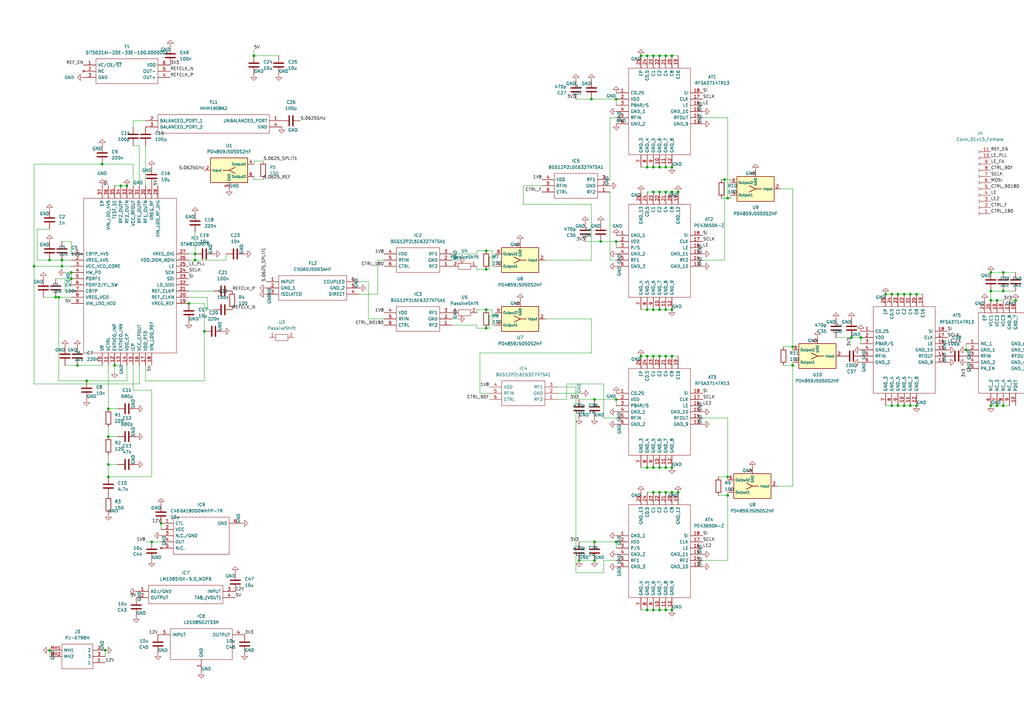
<source format=kicad_sch>
(kicad_sch (version 20211123) (generator eeschema)
  (paper "A3")
  (junction (at 297.18 73.66))
  (junction (at 349.25 138.43))
  (junction (at 370.84 166.37))
  (junction (at 267.97 68.58))
  (junction (at 406.4 111.76))
  (junction (at 20.32 266.7))
  (junction (at 80.01 104.14))
  (junction (at 267.97 78.74))
  (junction (at 270.51 127))
  (junction (at 267.97 201.93))
  (junction (at 406.4 166.37))
  (junction (at 265.43 68.58))
  (junction (at 273.05 78.74))
  (junction (at 298.45 203.2))
  (junction (at 246.38 99.06))
  (junction (at 80.01 106.68))
  (junction (at 77.47 124.46))
  (junction (at 373.38 166.37))
  (junction (at 408.94 123.19))
  (junction (at 273.05 68.58))
  (junction (at 243.84 222.25))
  (junction (at 441.96 170.18))
  (junction (at 265.43 146.05))
  (junction (at 416.56 123.19))
  (junction (at 267.97 146.05))
  (junction (at 252.73 222.25))
  (junction (at 199.39 127))
  (junction (at 31.75 149.86))
  (junction (at 243.84 163.83))
  (junction (at 199.39 110.49))
  (junction (at 462.28 167.64))
  (junction (at 13.97 109.22))
  (junction (at 25.4 109.22))
  (junction (at 265.43 250.19))
  (junction (at 44.45 167.64))
  (junction (at 273.05 191.77))
  (junction (at 275.59 146.05))
  (junction (at 49.53 76.2))
  (junction (at 368.3 120.65))
  (junction (at 325.12 149.86))
  (junction (at 273.05 127))
  (junction (at 62.23 222.25))
  (junction (at 44.45 190.5))
  (junction (at 199.39 102.87))
  (junction (at 370.84 120.65))
  (junction (at 66.04 214.63))
  (junction (at 375.92 166.37))
  (junction (at 35.56 156.21))
  (junction (at 406.4 123.19))
  (junction (at 243.84 229.87))
  (junction (at 252.73 163.83))
  (junction (at 270.51 68.58))
  (junction (at 265.43 127))
  (junction (at 270.51 201.93))
  (junction (at 275.59 201.93))
  (junction (at 278.13 78.74))
  (junction (at 275.59 191.77))
  (junction (at 273.05 250.19))
  (junction (at 353.06 138.43))
  (junction (at 411.48 111.76))
  (junction (at 275.59 22.86))
  (junction (at 278.13 201.93))
  (junction (at 199.39 134.62))
  (junction (at 325.12 142.24))
  (junction (at 237.49 229.87))
  (junction (at 275.59 127))
  (junction (at 408.94 166.37))
  (junction (at 270.51 250.19))
  (junction (at 29.21 111.76))
  (junction (at 46.99 149.86))
  (junction (at 441.96 151.13))
  (junction (at 275.59 250.19))
  (junction (at 365.76 166.37))
  (junction (at 252.73 99.06))
  (junction (at 368.3 166.37))
  (junction (at 52.07 76.2))
  (junction (at 262.89 22.86))
  (junction (at 267.97 250.19))
  (junction (at 20.32 106.68))
  (junction (at 29.21 114.3))
  (junction (at 411.48 119.38))
  (junction (at 373.38 120.65))
  (junction (at 270.51 146.05))
  (junction (at 22.86 121.92))
  (junction (at 242.57 40.64))
  (junction (at 25.4 106.68))
  (junction (at 265.43 191.77))
  (junction (at 270.51 191.77))
  (junction (at 262.89 146.05))
  (junction (at 426.72 151.13))
  (junction (at 44.45 195.58))
  (junction (at 298.45 81.28))
  (junction (at 365.76 120.65))
  (junction (at 273.05 201.93))
  (junction (at 252.73 40.64))
  (junction (at 265.43 22.86))
  (junction (at 43.18 266.7))
  (junction (at 44.45 179.07))
  (junction (at 267.97 127))
  (junction (at 426.72 140.97))
  (junction (at 275.59 78.74))
  (junction (at 24.13 121.92))
  (junction (at 267.97 22.86))
  (junction (at 273.05 146.05))
  (junction (at 273.05 22.86))
  (junction (at 363.22 120.65))
  (junction (at 298.45 195.58))
  (junction (at 41.91 67.31))
  (junction (at 270.51 78.74))
  (junction (at 396.24 143.51))
  (junction (at 275.59 68.58))
  (junction (at 270.51 22.86))
  (junction (at 411.48 166.37))
  (junction (at 406.4 119.38))
  (junction (at 83.82 135.89))
  (junction (at 267.97 191.77))
  (junction (at 375.92 120.65))
  (junction (at 462.28 148.59))
  (junction (at 104.14 22.86))
  (wire (pts (xy 57.15 59.69) (xy 54.61 59.69)))
  (wire (pts (xy 195.58 134.62) (xy 199.39 134.62)))
  (wire (pts (xy 83.82 135.89) (xy 83.82 156.21)))
  (wire (pts (xy 297.18 106.68) (xy 297.18 73.66)))
  (wire (pts (xy 151.13 130.81) (xy 157.48 130.81)))
  (wire (pts (xy 325.12 77.47) (xy 325.12 142.24)))
  (wire (pts (xy 54.61 52.07) (xy 54.61 49.53)))
  (wire (pts (xy 77.47 106.68) (xy 80.01 106.68)))
  (wire (pts (xy 195.58 109.22) (xy 195.58 110.49)))
  (wire (pts (xy 273.05 68.58) (xy 275.59 68.58)))
  (wire (pts (xy 262.89 250.19) (xy 265.43 250.19)))
  (wire (pts (xy 247.65 157.48) (xy 247.65 171.45)))
  (wire (pts (xy 275.59 22.86) (xy 278.13 22.86)))
  (wire (pts (xy 104.14 20.32) (xy 104.14 22.86)))
  (wire (pts (xy 20.32 266.7) (xy 20.32 269.24)))
  (wire (pts (xy 441.96 167.64) (xy 441.96 170.18)))
  (wire (pts (xy 242.57 40.64) (xy 252.73 40.64)))
  (wire (pts (xy 195.58 127) (xy 199.39 127)))
  (wire (pts (xy 270.51 78.74) (xy 273.05 78.74)))
  (wire (pts (xy 353.06 138.43) (xy 353.06 140.97)))
  (wire (pts (xy 250.19 73.66) (xy 250.19 48.26)))
  (wire (pts (xy 267.97 201.93) (xy 270.51 201.93)))
  (wire (pts (xy 201.93 109.22) (xy 201.93 102.87)))
  (wire (pts (xy 15.24 106.68) (xy 20.32 106.68)))
  (wire (pts (xy 151.13 115.57) (xy 151.13 130.81)))
  (wire (pts (xy 48.26 167.64) (xy 44.45 167.64)))
  (wire (pts (xy 57.15 149.86) (xy 57.15 157.48)))
  (wire (pts (xy 370.84 166.37) (xy 373.38 166.37)))
  (wire (pts (xy 267.97 191.77) (xy 270.51 191.77)))
  (wire (pts (xy 267.97 250.19) (xy 270.51 250.19)))
  (wire (pts (xy 240.03 99.06) (xy 246.38 99.06)))
  (wire (pts (xy 247.65 171.45) (xy 252.73 171.45)))
  (wire (pts (xy 236.22 158.75) (xy 228.6 158.75)))
  (wire (pts (xy 104.14 67.31) (xy 104.14 66.04)))
  (wire (pts (xy 185.42 104.14) (xy 195.58 104.14)))
  (wire (pts (xy 214.63 76.2) (xy 222.25 76.2)))
  (wire (pts (xy 62.23 195.58) (xy 44.45 195.58)))
  (wire (pts (xy 195.58 110.49) (xy 199.39 110.49)))
  (wire (pts (xy 321.31 142.24) (xy 325.12 142.24)))
  (wire (pts (xy 273.05 146.05) (xy 275.59 146.05)))
  (wire (pts (xy 267.97 68.58) (xy 270.51 68.58)))
  (wire (pts (xy 462.28 165.1) (xy 462.28 167.64)))
  (wire (pts (xy 196.85 144.78) (xy 196.85 161.29)))
  (wire (pts (xy 265.43 78.74) (xy 267.97 78.74)))
  (wire (pts (xy 104.14 73.66) (xy 104.14 72.39)))
  (wire (pts (xy 368.3 166.37) (xy 370.84 166.37)))
  (wire (pts (xy 44.45 179.07) (xy 48.26 179.07)))
  (wire (pts (xy 44.45 149.86) (xy 44.45 167.64)))
  (wire (pts (xy 406.4 111.76) (xy 411.48 111.76)))
  (wire (pts (xy 267.97 146.05) (xy 270.51 146.05)))
  (wire (pts (xy 29.21 111.76) (xy 29.21 114.3)))
  (wire (pts (xy 411.48 166.37) (xy 414.02 166.37)))
  (wire (pts (xy 35.56 156.21) (xy 24.13 156.21)))
  (wire (pts (xy 298.45 81.28) (xy 299.72 81.28)))
  (wire (pts (xy 185.42 106.68) (xy 187.96 106.68)))
  (wire (pts (xy 441.96 148.59) (xy 441.96 151.13)))
  (wire (pts (xy 298.45 48.26) (xy 298.45 81.28)))
  (wire (pts (xy 262.89 191.77) (xy 265.43 191.77)))
  (wire (pts (xy 250.19 78.74) (xy 250.19 106.68)))
  (wire (pts (xy 252.73 222.25) (xy 252.73 224.79)))
  (wire (pts (xy 242.57 144.78) (xy 196.85 144.78)))
  (wire (pts (xy 201.93 127) (xy 199.39 127)))
  (wire (pts (xy 373.38 166.37) (xy 375.92 166.37)))
  (wire (pts (xy 299.72 73.66) (xy 299.72 74.93)))
  (wire (pts (xy 54.61 76.2) (xy 54.61 67.31)))
  (wire (pts (xy 17.78 121.92) (xy 22.86 121.92)))
  (wire (pts (xy 154.94 120.65) (xy 154.94 106.68)))
  (wire (pts (xy 406.4 123.19) (xy 408.94 123.19)))
  (wire (pts (xy 411.48 111.76) (xy 416.56 111.76)))
  (wire (pts (xy 26.67 111.76) (xy 29.21 111.76)))
  (wire (pts (xy 275.59 201.93) (xy 278.13 201.93)))
  (wire (pts (xy 147.32 115.57) (xy 151.13 115.57)))
  (wire (pts (xy 83.82 156.21) (xy 59.69 156.21)))
  (wire (pts (xy 426.72 140.97) (xy 426.72 143.51)))
  (wire (pts (xy 236.22 234.95) (xy 247.65 234.95)))
  (wire (pts (xy 321.31 149.86) (xy 325.12 149.86)))
  (wire (pts (xy 22.86 121.92) (xy 24.13 121.92)))
  (wire (pts (xy 13.97 157.48) (xy 13.97 109.22)))
  (wire (pts (xy 83.82 124.46) (xy 83.82 135.89)))
  (wire (pts (xy 199.39 102.87) (xy 201.93 102.87)))
  (wire (pts (xy 49.53 76.2) (xy 52.07 76.2)))
  (wire (pts (xy 195.58 102.87) (xy 195.58 104.14)))
  (wire (pts (xy 236.22 40.64) (xy 242.57 40.64)))
  (wire (pts (xy 29.21 99.06) (xy 25.4 99.06)))
  (wire (pts (xy 250.19 106.68) (xy 252.73 106.68)))
  (wire (pts (xy 247.65 229.87) (xy 252.73 229.87)))
  (wire (pts (xy 13.97 109.22) (xy 25.4 109.22)))
  (wire (pts (xy 201.93 133.35) (xy 201.93 127)))
  (wire (pts (xy 243.84 163.83) (xy 252.73 163.83)))
  (wire (pts (xy 59.69 59.69) (xy 59.69 76.2)))
  (wire (pts (xy 80.01 106.68) (xy 92.71 106.68)))
  (wire (pts (xy 270.51 201.93) (xy 273.05 201.93)))
  (wire (pts (xy 52.07 149.86) (xy 52.07 156.21)))
  (wire (pts (xy 228.6 161.29) (xy 238.76 161.29)))
  (wire (pts (xy 406.4 119.38) (xy 411.48 119.38)))
  (wire (pts (xy 363.22 166.37) (xy 365.76 166.37)))
  (wire (pts (xy 462.28 146.05) (xy 462.28 148.59)))
  (wire (pts (xy 406.4 166.37) (xy 408.94 166.37)))
  (wire (pts (xy 295.91 73.66) (xy 297.18 73.66)))
  (wire (pts (xy 200.66 110.49) (xy 199.39 110.49)))
  (wire (pts (xy 62.23 222.25) (xy 66.04 222.25)))
  (wire (pts (xy 295.91 81.28) (xy 298.45 81.28)))
  (wire (pts (xy 41.91 67.31) (xy 13.97 67.31)))
  (wire (pts (xy 252.73 163.83) (xy 252.73 166.37)))
  (wire (pts (xy 200.66 134.62) (xy 199.39 134.62)))
  (wire (pts (xy 246.38 99.06) (xy 252.73 99.06)))
  (wire (pts (xy 87.63 127) (xy 85.09 127)))
  (wire (pts (xy 297.18 73.66) (xy 299.72 73.66)))
  (wire (pts (xy 85.09 121.92) (xy 77.47 121.92)))
  (wire (pts (xy 92.71 104.14) (xy 92.71 106.68)))
  (wire (pts (xy 325.12 149.86) (xy 325.12 148.59)))
  (wire (pts (xy 25.4 109.22) (xy 25.4 106.68)))
  (wire (pts (xy 44.45 190.5) (xy 48.26 190.5)))
  (wire (pts (xy 203.2 133.35) (xy 201.93 133.35)))
  (wire (pts (xy 252.73 99.06) (xy 252.73 101.6)))
  (wire (pts (xy 66.04 214.63) (xy 66.04 217.17)))
  (wire (pts (xy 342.9 138.43) (xy 349.25 138.43)))
  (wire (pts (xy 24.13 121.92) (xy 29.21 121.92)))
  (wire (pts (xy 270.51 250.19) (xy 273.05 250.19)))
  (wire (pts (xy 77.47 119.38) (xy 87.63 119.38)))
  (wire (pts (xy 59.69 222.25) (xy 62.23 222.25)))
  (wire (pts (xy 46.99 149.86) (xy 46.99 152.4)))
  (wire (pts (xy 54.61 149.86) (xy 54.61 160.02)))
  (wire (pts (xy 44.45 195.58) (xy 44.45 190.5)))
  (wire (pts (xy 265.43 127) (xy 267.97 127)))
  (wire (pts (xy 228.6 163.83) (xy 232.41 163.83)))
  (wire (pts (xy 107.95 66.04) (xy 104.14 66.04)))
  (wire (pts (xy 232.41 157.48) (xy 247.65 157.48)))
  (wire (pts (xy 29.21 119.38) (xy 26.67 119.38)))
  (wire (pts (xy 80.01 95.25) (xy 80.01 104.14)))
  (wire (pts (xy 270.51 68.58) (xy 273.05 68.58)))
  (wire (pts (xy 29.21 104.14) (xy 29.21 99.06)))
  (wire (pts (xy 26.67 114.3) (xy 22.86 114.3)))
  (wire (pts (xy 267.97 22.86) (xy 270.51 22.86)))
  (wire (pts (xy 325.12 142.24) (xy 325.12 143.51)))
  (wire (pts (xy 46.99 76.2) (xy 49.53 76.2)))
  (wire (pts (xy 247.65 229.87) (xy 247.65 234.95)))
  (wire (pts (xy 265.43 250.19) (xy 267.97 250.19)))
  (wire (pts (xy 13.97 67.31) (xy 13.97 109.22)))
  (wire (pts (xy 365.76 120.65) (xy 368.3 120.65)))
  (wire (pts (xy 252.73 40.64) (xy 252.73 43.18)))
  (wire (pts (xy 270.51 22.86) (xy 273.05 22.86)))
  (wire (pts (xy 288.29 229.87) (xy 298.45 229.87)))
  (wire (pts (xy 203.2 109.22) (xy 201.93 109.22)))
  (wire (pts (xy 294.64 195.58) (xy 298.45 195.58)))
  (wire (pts (xy 203.2 129.54) (xy 200.66 129.54)))
  (wire (pts (xy 200.66 129.54) (xy 200.66 134.62)))
  (wire (pts (xy 26.67 149.86) (xy 31.75 149.86)))
  (wire (pts (xy 44.45 179.07) (xy 44.45 175.26)))
  (wire (pts (xy 288.29 171.45) (xy 298.45 171.45)))
  (wire (pts (xy 349.25 138.43) (xy 353.06 138.43)))
  (wire (pts (xy 298.45 171.45) (xy 298.45 195.58)))
  (wire (pts (xy 408.94 123.19) (xy 411.48 123.19)))
  (wire (pts (xy 43.18 266.7) (xy 43.18 269.24)))
  (wire (pts (xy 262.89 68.58) (xy 265.43 68.58)))
  (wire (pts (xy 267.97 127) (xy 270.51 127)))
  (wire (pts (xy 154.94 106.68) (xy 157.48 106.68)))
  (wire (pts (xy 62.23 160.02) (xy 62.23 195.58)))
  (wire (pts (xy 425.45 72.39) (xy 427.99 72.39)))
  (wire (pts (xy 223.52 130.81) (xy 242.57 130.81)))
  (wire (pts (xy 237.49 222.25) (xy 243.84 222.25)))
  (wire (pts (xy 85.09 127) (xy 85.09 121.92)))
  (wire (pts (xy 41.91 67.31) (xy 54.61 67.31)))
  (wire (pts (xy 288.29 48.26) (xy 298.45 48.26)))
  (wire (pts (xy 77.47 124.46) (xy 83.82 124.46)))
  (wire (pts (xy 195.58 102.87) (xy 199.39 102.87)))
  (wire (pts (xy 223.52 106.68) (xy 242.57 106.68)))
  (wire (pts (xy 250.19 48.26) (xy 252.73 48.26)))
  (wire (pts (xy 185.42 133.35) (xy 195.58 133.35)))
  (wire (pts (xy 195.58 128.27) (xy 195.58 127)))
  (wire (pts (xy 325.12 199.39) (xy 325.12 149.86)))
  (wire (pts (xy 262.89 22.86) (xy 265.43 22.86)))
  (wire (pts (xy 262.89 146.05) (xy 265.43 146.05)))
  (wire (pts (xy 270.51 127) (xy 273.05 127)))
  (wire (pts (xy 320.04 77.47) (xy 325.12 77.47)))
  (wire (pts (xy 52.07 156.21) (xy 35.56 156.21)))
  (wire (pts (xy 298.45 201.93) (xy 298.45 203.2)))
  (wire (pts (xy 29.21 109.22) (xy 25.4 109.22)))
  (wire (pts (xy 214.63 83.82) (xy 214.63 76.2)))
  (wire (pts (xy 273.05 78.74) (xy 275.59 78.74)))
  (wire (pts (xy 80.01 104.14) (xy 80.01 106.68)))
  (wire (pts (xy 29.21 114.3) (xy 29.21 116.84)))
  (wire (pts (xy 243.84 222.25) (xy 252.73 222.25)))
  (wire (pts (xy 411.48 119.38) (xy 416.56 119.38)))
  (wire (pts (xy 54.61 49.53) (xy 59.69 49.53)))
  (wire (pts (xy 406.4 119.38) (xy 406.4 123.19)))
  (wire (pts (xy 363.22 120.65) (xy 365.76 120.65)))
  (wire (pts (xy 265.43 68.58) (xy 267.97 68.58)))
  (wire (pts (xy 414.02 123.19) (xy 416.56 123.19)))
  (wire (pts (xy 147.32 120.65) (xy 154.94 120.65)))
  (wire (pts (xy 273.05 201.93) (xy 275.59 201.93)))
  (wire (pts (xy 370.84 120.65) (xy 373.38 120.65)))
  (wire (pts (xy 242.57 106.68) (xy 242.57 83.82)))
  (wire (pts (xy 396.24 140.97) (xy 396.24 143.51)))
  (wire (pts (xy 195.58 133.35) (xy 195.58 134.62)))
  (wire (pts (xy 288.29 106.68) (xy 297.18 106.68)))
  (wire (pts (xy 232.41 163.83) (xy 232.41 157.48)))
  (wire (pts (xy 104.14 22.86) (xy 114.3 22.86)))
  (wire (pts (xy 273.05 127) (xy 275.59 127)))
  (wire (pts (xy 185.42 130.81) (xy 187.96 130.81)))
  (wire (pts (xy 31.75 149.86) (xy 41.91 149.86)))
  (wire (pts (xy 267.97 78.74) (xy 270.51 78.74)))
  (wire (pts (xy 107.95 73.66) (xy 104.14 73.66)))
  (wire (pts (xy 298.45 195.58) (xy 298.45 196.85)))
  (wire (pts (xy 77.47 104.14) (xy 80.01 104.14)))
  (wire (pts (xy 20.32 106.68) (xy 25.4 106.68)))
  (wire (pts (xy 26.67 119.38) (xy 26.67 114.3)))
  (wire (pts (xy 196.85 161.29) (xy 200.66 161.29)))
  (wire (pts (xy 262.89 127) (xy 265.43 127)))
  (wire (pts (xy 44.45 186.69) (xy 44.45 190.5)))
  (wire (pts (xy 20.32 93.98) (xy 15.24 93.98)))
  (wire (pts (xy 275.59 146.05) (xy 278.13 146.05)))
  (wire (pts (xy 237.49 229.87) (xy 243.84 229.87)))
  (wire (pts (xy 265.43 201.93) (xy 267.97 201.93)))
  (wire (pts (xy 299.72 80.01) (xy 299.72 81.28)))
  (wire (pts (xy 54.61 160.02) (xy 62.23 160.02)))
  (wire (pts (xy 203.2 104.14) (xy 203.2 105.41)))
  (wire (pts (xy 408.94 166.37) (xy 411.48 166.37)))
  (wire (pts (xy 15.24 93.98) (xy 15.24 106.68)))
  (wire (pts (xy 200.66 105.41) (xy 200.66 110.49)))
  (wire (pts (xy 426.72 148.59) (xy 426.72 151.13)))
  (wire (pts (xy 294.64 203.2) (xy 298.45 203.2)))
  (wire (pts (xy 373.38 120.65) (xy 375.92 120.65)))
  (wire (pts (xy 368.3 120.65) (xy 370.84 120.65)))
  (wire (pts (xy 318.77 199.39) (xy 325.12 199.39)))
  (wire (pts (xy 242.57 83.82) (xy 214.63 83.82)))
  (wire (pts (xy 236.22 158.75) (xy 236.22 234.95)))
  (wire (pts (xy 298.45 229.87) (xy 298.45 203.2)))
  (wire (pts (xy 57.15 157.48) (xy 13.97 157.48)))
  (wire (pts (xy 273.05 191.77) (xy 275.59 191.77)))
  (wire (pts (xy 203.2 105.41) (xy 200.66 105.41)))
  (wire (pts (xy 375.92 120.65) (xy 378.46 120.65)))
  (wire (pts (xy 275.59 78.74) (xy 278.13 78.74)))
  (wire (pts (xy 270.51 191.77) (xy 273.05 191.77)))
  (wire (pts (xy 273.05 22.86) (xy 275.59 22.86)))
  (wire (pts (xy 265.43 22.86) (xy 267.97 22.86)))
  (wire (pts (xy 265.43 146.05) (xy 267.97 146.05)))
  (wire (pts (xy 265.43 191.77) (xy 267.97 191.77)))
  (wire (pts (xy 273.05 250.19) (xy 275.59 250.19)))
  (wire (pts (xy 25.4 106.68) (xy 29.21 106.68)))
  (wire (pts (xy 365.76 166.37) (xy 368.3 166.37)))
  (wire (pts (xy 237.49 163.83) (xy 243.84 163.83)))
  (wire (pts (xy 270.51 146.05) (xy 273.05 146.05)))
  (wire (pts (xy 203.2 128.27) (xy 203.2 129.54)))
  (wire (pts (xy 59.69 156.21) (xy 59.69 149.86)))
  (wire (pts (xy 242.57 130.81) (xy 242.57 144.78)))
  (wire (pts (xy 57.15 76.2) (xy 57.15 59.69)))
  (wire (pts (xy 24.13 156.21) (xy 24.13 121.92)))
  (wire (pts (xy 46.99 149.86) (xy 49.53 149.86)))
  (label "CTRL_F" (at 406.4 85.09 0))
  (label "12V" (at 96.52 242.57 0))
  (label "CTRL_90180" (at 157.48 133.35 180))
  (label "5V" (at 55.88 245.11 180))
  (label "CTRL_180" (at 406.4 87.63 0))
  (label "5V" (at 104.14 20.32 0))
  (label "5.0625_REF" (at 107.95 73.66 0))
  (label "LE_PLL" (at 406.4 64.77 0))
  (label "1V8" (at 157.48 128.27 180))
  (label "SCLK" (at 77.47 111.76 0))
  (label "MOSI" (at 406.4 74.93 0))
  (label "5.0625GHz" (at 83.82 69.85 180))
  (label "SCLK" (at 288.29 163.83 0))
  (label "CTRL_180" (at 157.48 109.22 180))
  (label "SI" (at 425.45 72.39 180))
  (label "5V" (at 96.52 245.11 0))
  (label "LE_PLL" (at 77.47 109.22 0))
  (label "3V3" (at 349.25 138.43 270))
  (label "SI" (at 288.29 96.52 0))
  (label "MOSI" (at 427.99 72.39 0))
  (label "LE2" (at 288.29 224.79 0))
  (label "SI" (at 77.47 114.3 0))
  (label "5V" (at 64.77 76.2 90))
  (label "5.0625_SPLIT1" (at 109.22 115.57 90))
  (label "5.0625_SPLIT1" (at 107.95 66.04 0))
  (label "SCLK" (at 288.29 222.25 0))
  (label "3V3" (at 100.33 260.35 0))
  (label "SCLK" (at 406.4 72.39 0))
  (label "REFCLK_N" (at 69.85 29.21 0))
  (label "5V" (at 29.21 124.46 180))
  (label "SCLK" (at 388.62 138.43 0))
  (label "SCLK" (at 288.29 99.06 0))
  (label "SCLK" (at 288.29 40.64 0))
  (label "SI" (at 288.29 38.1 0))
  (label "CTRL_F" (at 222.25 78.74 180))
  (label "1V8" (at 222.25 73.66 180))
  (label "CTRL_90F" (at 406.4 69.85 0))
  (label "REFCLK_N" (at 95.25 127 0))
  (label "REFCLK_P" (at 95.25 119.38 0))
  (label "REF_EN" (at 34.29 26.67 180))
  (label "3V3" (at 236.22 40.64 180))
  (label "1V8" (at 59.69 222.25 180))
  (label "SI" (at 288.29 219.71 0))
  (label "3V3" (at 237.49 222.25 180))
  (label "REF_EN" (at 406.4 62.23 0))
  (label "12V" (at 43.18 271.78 0))
  (label "12V" (at 64.77 260.35 180))
  (label "5.0625GHz" (at 123.19 49.53 0))
  (label "3V3" (at 411.48 123.19 0))
  (label "3V3" (at 240.03 99.06 180))
  (label "LE2" (at 288.29 166.37 0))
  (label "SI" (at 388.62 135.89 0))
  (label "LE" (at 288.29 101.6 0))
  (label "CTRL_90F" (at 200.66 163.83 180))
  (label "3V3" (at 69.85 26.67 0))
  (label "1V8" (at 157.48 104.14 180))
  (label "LE" (at 288.29 43.18 0))
  (label "1V8" (at 200.66 158.75 180))
  (label "12V" (at 66.04 214.63 180))
  (label "SI" (at 288.29 161.29 0))
  (label "5V" (at 62.23 149.86 270))
  (label "LE_FA" (at 388.62 140.97 0))
  (label "LE_FA" (at 406.4 67.31 0))
  (label "3V3" (at 237.49 163.83 180))
  (label "CTRL_90180" (at 406.4 77.47 0))
  (label "3V3" (at 396.24 151.13 270))
  (label "5.0625_REF" (at 434.34 165.1 180))
  (label "LE" (at 406.4 80.01 0))
  (label "5V" (at 44.45 76.2 90))
  (label "LE2" (at 406.4 82.55 0))
  (label "REFCLK_P" (at 69.85 31.75 0))
  (symbol (lib_id "power:GND") (at 187.96 130.81 90) (unit 1)
    (property "Reference" "#PWR027" (effects hide))
    (property "Value" "GND" (at 186.69 130.8101 0) (effects (justify left)))
  )
  (symbol (lib_id "SamacSys_Parts:BGS12P2L6E6327XTSA1") (at 185.42 133.35 180) (unit 1)
    (property "Reference" "IC3" (at 171.45 120.65 0))
    (property "Value" "BGS12P2L6E6327XTSA1" (at 171.45 123.19 0))
    (property "Footprint" "SamacSys_Parts:BGS12P2L6E6327XTSA1" (effects hide))
    (property "Datasheet" "https://www.arrow.com/en/products/bgs12p2l6e6327xtsa1/infineon-technologies-ag" (effects hide))
    (property "Description" "RF Switch ICs CMOS SWITCH" (effects hide))
    (property "Height" "0.32" (effects hide))
    (property "Mouser Part Number" "726-BGS12P2L6E6327XT" (effects hide))
    (property "Mouser Price/Stock" "https://www.mouser.co.uk/ProductDetail/Infineon-Technologies/BGS12P2L6E6327XTSA1?qs=mAH9sUMRCtuiUSQTWc4Zyg%3D%3D" (effects hide))
    (property "Manufacturer_Name" "Infineon" (effects hide))
    (property "Manufacturer_Part_Number" "BGS12P2L6E6327XTSA1" (effects hide))
  )
  (symbol (lib_id "power:GND") (at 353.06 143.51 270) (unit 1)
    (property "Reference" "#PWR071" (effects hide))
    (property "Value" "GND" (at 354.33 143.5099 0) (effects (justify left)))
  )
  (symbol (lib_id "power:GND") (at 262.89 78.74 180) (unit 1)
    (property "Reference" "#PWR051" (effects hide))
    (property "Value" "GND" (at 262.8901 80.01 0) (effects (justify left)))
  )
  (symbol (lib_id "power:GND") (at 243.84 229.87 0) (unit 1)
    (property "Reference" "#PWR035" (effects hide))
    (property "Value" "GND" (at 243.8399 228.6 0) (effects (justify left)))
  )
  (symbol (lib_id "Device:C") (at 237.49 167.64 0) (unit 1)
    (property "Reference" "C28" (at 241.3 166.3699 0) (effects (justify left)))
    (property "Value" "1u" (at 241.3 168.9099 0) (effects (justify left)))
    (property "Footprint" "Resistor_SMD:R_0603_1608Metric" (effects hide))
  )
  (symbol (lib_id "Device:C") (at 237.49 226.06 0) (unit 1)
    (property "Reference" "C29" (at 241.3 224.7899 0) (effects (justify left)))
    (property "Value" "1u" (at 241.3 227.3299 0) (effects (justify left)))
    (property "Footprint" "Resistor_SMD:R_0603_1608Metric" (effects hide))
  )
  (symbol (lib_id "Device:C") (at 52.07 167.64 90) (unit 1)
    (property "Reference" "C11" (at 52.07 160.02 90))
    (property "Value" "680p" (at 52.07 162.56 90))
    (property "Footprint" "Resistor_SMD:R_0402_1005Metric" (effects hide))
  )
  (symbol (lib_id "Device:R") (at 95.25 123.19 0) (unit 1)
    (property "Reference" "R4" (at 97.79 121.9199 0) (effects (justify left)))
    (property "Value" "100" (at 97.79 124.4599 0) (effects (justify left)))
    (property "Footprint" "Resistor_SMD:R_0402_1005Metric" (effects hide))
  )
  (symbol (lib_id "Device:C") (at 114.3 26.67 0) (unit 1)
    (property "Reference" "C25" (at 118.11 25.3999 0) (effects (justify left)))
    (property "Value" "10u" (at 118.11 27.9399 0) (effects (justify left)))
    (property "Footprint" "Resistor_SMD:R_0603_1608Metric" (effects hide))
  )
  (symbol (lib_name "PD4859J5050S2HF_2") (lib_id "RF:PD4859J5050S2HF") (at 335.28 146.05 180) (unit 1)
    (property "Reference" "U10" (at 335.28 153.67 0))
    (property "Value" "PD4859J5050S2HF" (at 335.28 156.21 0))
    (property "Footprint" "My_library:Anaren_0805_2012Metric-6" (effects hide))
    (property "Datasheet" "https://cdn.anaren.com/product-documents/Xinger/PowerDividers/PD4859J5050S2HF/PD4859J5050S2HF_DataSheet(Rev_D).pdf" (effects hide))
  )
  (symbol (lib_id "Device:C") (at 91.44 119.38 90) (unit 1)
    (property "Reference" "C21" (at 91.44 111.76 90))
    (property "Value" "100n" (at 91.44 114.3 90))
    (property "Footprint" "Resistor_SMD:R_0402_1005Metric" (effects hide))
  )
  (symbol (lib_id "power:GND") (at 288.29 227.33 90) (unit 1)
    (property "Reference" "#PWR066" (effects hide))
    (property "Value" "GND" (at 287.02 227.3301 0) (effects (justify left)))
  )
  (symbol (lib_id "power:GND") (at 275.59 250.19 0) (unit 1)
    (property "Reference" "#PWR057" (effects hide))
    (property "Value" "GND" (at 275.5899 248.92 0) (effects (justify left)))
  )
  (symbol (lib_id "power:GND") (at 462.28 148.59 0) (unit 1)
    (property "Reference" "#PWR087" (effects hide))
    (property "Value" "GND" (at 462.2799 147.32 0) (effects (justify left)))
  )
  (symbol (lib_id "Device:R") (at 199.39 106.68 0) (unit 1)
    (property "Reference" "R7" (at 201.93 105.4099 0) (effects (justify left)))
    (property "Value" "100" (at 201.93 107.9499 0) (effects (justify left)))
    (property "Footprint" "Resistor_SMD:R_0603_1608Metric" (effects hide))
  )
  (symbol (lib_id "Device:C") (at 31.75 146.05 180) (unit 1)
    (property "Reference" "C7" (at 35.56 144.7799 0) (effects (justify right)))
    (property "Value" "220n" (at 35.56 147.3199 0) (effects (justify right)))
    (property "Footprint" "Resistor_SMD:R_0402_1005Metric" (effects hide))
  )
  (symbol (lib_id "power:GND") (at 100.33 267.97 0) (unit 1)
    (property "Reference" "#PWR0100" (effects hide))
    (property "Value" "GND" (at 100.3299 266.7 0) (effects (justify left)))
  )
  (symbol (lib_id "SamacSys_Parts:SiT5021AI-2DE-33E-100.000000X") (at 34.29 26.67 0) (unit 1)
    (property "Reference" "Y1" (at 52.07 19.05 0))
    (property "Value" "SiT5021AI-2DE-33E-100.000000X" (at 52.07 21.59 0))
    (property "Footprint" "SamacSys_Parts:SiT5021AI2DE33E100000000X" (effects hide))
    (property "Description" "TCXO Oscillators 100MHz 3.3V 5ppm -40C +85C" (effects hide))
    (property "Height" "1" (effects hide))
    (property "Mouser Part Number" "788-1AI-2DE-3E-100X" (effects hide))
    (property "Mouser Price/Stock" "https://www.mouser.co.uk/ProductDetail/SiTime/SiT5021AI-2DE-33E-100000000X?qs=byeeYqUIh0M5MLW2w17eAg%3D%3D" (effects hide))
    (property "Manufacturer_Name" "SiTime" (effects hide))
    (property "Manufacturer_Part_Number" "SiT5021AI-2DE-33E-100.000000X" (effects hide))
  )
  (symbol (lib_id "power:GND") (at 66.04 219.71 270) (unit 1)
    (property "Reference" "#PWR096" (effects hide))
    (property "Value" "GND" (at 67.31 219.7099 0) (effects (justify left)))
  )
  (symbol (lib_id "Device:C") (at 430.53 146.05 270) (unit 1)
    (property "Reference" "C42" (at 430.53 138.43 90))
    (property "Value" "100p" (at 429.26 140.97 90))
    (property "Footprint" "Resistor_SMD:R_0402_1005Metric" (effects hide))
  )
  (symbol (lib_id "Device:C") (at 342.9 134.62 180) (unit 1)
    (property "Reference" "C35" (at 339.09 135.8901 0) (effects (justify left)))
    (property "Value" "470p" (at 339.09 133.3501 0) (effects (justify left)))
    (property "Footprint" "Resistor_SMD:R_0402_1005Metric" (effects hide))
  )
  (symbol (lib_id "power:GND") (at 441.96 151.13 0) (unit 1)
    (property "Reference" "#PWR085" (effects hide))
    (property "Value" "GND" (at 441.9599 149.86 0) (effects (justify left)))
  )
  (symbol (lib_id "power:GND") (at 20.32 266.7 270) (unit 1)
    (property "Reference" "#PWR089" (effects hide))
    (property "Value" "GND" (at 21.59 266.6999 0) (effects (justify left)))
  )
  (symbol (lib_id "power:GND") (at 441.96 170.18 0) (unit 1)
    (property "Reference" "#PWR086" (effects hide))
    (property "Value" "GND" (at 441.9599 168.91 0) (effects (justify left)))
  )
  (symbol (lib_id "SamacSys_Parts:RFSA3714TR13") (at 252.73 161.29 0) (unit 1)
    (property "Reference" "AT3" (at 292.1 154.7112 0))
    (property "Value" "RFSA3714TR13" (at 292.1 157.2512 0))
    (property "Footprint" "SamacSys_Parts:QFN50P400X400X90-25N-D" (effects hide))
    (property "Datasheet" "https://www.mouser.ph/datasheet/2/412/RFSA3714_Data_Sheet-1393349.pdf" (effects hide))
    (property "Description" "Attenuators .05-6GHz 7 BIT GCR31.75dB Step.25dB" (effects hide))
    (property "Height" "0.9" (effects hide))
    (property "Mouser Part Number" "772-RFSA3714" (effects hide))
    (property "Mouser Price/Stock" "https://www.mouser.co.uk/ProductDetail/Qorvo/RFSA3714TR13?qs=tkvX2tz6JTEPvGKeFn9uZA%3D%3D" (effects hide))
    (property "Manufacturer_Name" "Qorvo" (effects hide))
    (property "Manufacturer_Part_Number" "RFSA3714TR13" (effects hide))
  )
  (symbol (lib_name "PD4859J5050S2HF_2") (lib_id "RF:PD4859J5050S2HF") (at 93.98 69.85 0) (unit 1)
    (property "Reference" "U1" (at 93.98 59.69 0))
    (property "Value" "PD4859J5050S2HF" (at 93.98 62.23 0))
    (property "Footprint" "My_library:Anaren_0805_2012Metric-6" (effects hide))
    (property "Datasheet" "https://cdn.anaren.com/product-documents/Xinger/PowerDividers/PD4859J5050S2HF/PD4859J5050S2HF_DataSheet(Rev_D).pdf" (effects hide))
  )
  (symbol (lib_id "power:GND") (at 288.29 232.41 90) (unit 1)
    (property "Reference" "#PWR067" (effects hide))
    (property "Value" "GND" (at 287.02 232.4101 0) (effects (justify left)))
  )
  (symbol (lib_id "Device:C") (at 243.84 167.64 180) (unit 1)
    (property "Reference" "C32" (at 240.03 168.9101 0) (effects (justify left)))
    (property "Value" "470p" (at 240.03 166.3701 0) (effects (justify left)))
    (property "Footprint" "Resistor_SMD:R_0402_1005Metric" (effects hide))
  )
  (symbol (lib_id "Device:C") (at 83.82 104.14 90) (unit 1)
    (property "Reference" "C19" (at 83.82 96.52 90))
    (property "Value" "10u" (at 83.82 99.06 90))
    (property "Footprint" "Resistor_SMD:R_0603_1608Metric" (effects hide))
  )
  (symbol (lib_id "power:GND") (at 252.73 232.41 270) (unit 1)
    (property "Reference" "#PWR049" (effects hide))
    (property "Value" "GND" (at 254 232.4099 0) (effects (justify left)))
  )
  (symbol (lib_id "Device:C") (at 44.45 199.39 180) (unit 1)
    (property "Reference" "C10" (at 48.26 198.1199 0) (effects (justify right)))
    (property "Value" "4.7n" (at 48.26 200.6599 0) (effects (justify right)))
    (property "Footprint" "Resistor_SMD:R_0402_1005Metric" (effects hide))
  )
  (symbol (lib_id "power:GND") (at 243.84 171.45 0) (unit 1)
    (property "Reference" "#PWR034" (effects hide))
    (property "Value" "GND" (at 243.8399 170.18 0) (effects (justify left)))
  )
  (symbol (lib_id "power:GND") (at 66.04 207.01 180) (unit 1)
    (property "Reference" "#PWR095" (effects hide))
    (property "Value" "GND" (at 66.0401 208.28 0) (effects (justify left)))
  )
  (symbol (lib_id "SamacSys_Parts:BGS12P2L6E6327XTSA1") (at 185.42 109.22 180) (unit 1)
    (property "Reference" "IC2" (at 171.45 96.52 0))
    (property "Value" "BGS12P2L6E6327XTSA1" (at 171.45 99.06 0))
    (property "Footprint" "SamacSys_Parts:BGS12P2L6E6327XTSA1" (effects hide))
    (property "Datasheet" "https://www.arrow.com/en/products/bgs12p2l6e6327xtsa1/infineon-technologies-ag" (effects hide))
    (property "Description" "RF Switch ICs CMOS SWITCH" (effects hide))
    (property "Height" "0.32" (effects hide))
    (property "Mouser Part Number" "726-BGS12P2L6E6327XT" (effects hide))
    (property "Mouser Price/Stock" "https://www.mouser.co.uk/ProductDetail/Infineon-Technologies/BGS12P2L6E6327XTSA1?qs=mAH9sUMRCtuiUSQTWc4Zyg%3D%3D" (effects hide))
    (property "Manufacturer_Name" "Infineon" (effects hide))
    (property "Manufacturer_Part_Number" "BGS12P2L6E6327XTSA1" (effects hide))
  )
  (symbol (lib_id "power:GND") (at 406.4 166.37 0) (unit 1)
    (property "Reference" "#PWR081" (effects hide))
    (property "Value" "GND" (at 406.3999 165.1 0) (effects (justify left)))
  )
  (symbol (lib_id "power:GND") (at 462.28 167.64 0) (unit 1)
    (property "Reference" "#PWR088" (effects hide))
    (property "Value" "GND" (at 462.2799 166.37 0) (effects (justify left)))
  )
  (symbol (lib_id "power:GND") (at 278.13 201.93 180) (unit 1)
    (property "Reference" "#PWR059" (effects hide))
    (property "Value" "GND" (at 278.1301 203.2 0) (effects (justify left)))
  )
  (symbol (lib_id "power:GND") (at 100.33 104.14 90) (unit 1)
    (property "Reference" "#PWR022" (effects hide))
    (property "Value" "GND" (at 99.06 104.1401 0) (effects (justify left)))
  )
  (symbol (lib_id "power:GND") (at 426.72 140.97 90) (unit 1)
    (property "Reference" "#PWR083" (effects hide))
    (property "Value" "GND" (at 425.45 140.9701 0) (effects (justify left)))
  )
  (symbol (lib_id "power:GND") (at 238.76 161.29 90) (unit 1)
    (property "Reference" "#PWR029" (effects hide))
    (property "Value" "GND" (at 237.49 161.2901 0) (effects (justify left)))
  )
  (symbol (lib_id "power:GND") (at 388.62 148.59 90) (unit 1)
    (property "Reference" "#PWR076" (effects hide))
    (property "Value" "GND" (at 387.35 148.5901 0) (effects (justify left)))
  )
  (symbol (lib_id "Connector:Conn_01x11_Female") (at 401.32 74.93 180) (unit 1)
    (property "Reference" "J4" (at 401.955 54.61 0))
    (property "Value" "Conn_01x13_Female" (at 401.955 57.15 0))
    (property "Footprint" "Connector_PinHeader_2.54mm:PinHeader_1x11_P2.54mm_Vertical" (effects hide))
  )
  (symbol (lib_id "SamacSys_Parts:51K201-400N5") (at 441.96 165.1 0) (unit 1)
    (property "Reference" "J2" (at 452.12 157.48 0))
    (property "Value" "51K201-400N5" (at 452.12 160.02 0))
    (property "Footprint" "SamacSys_Parts:51K201400N5" (effects hide))
    (property "Datasheet" "https://catalog.rosenberger.com/images/documents/db/51K201-400N5.pdf" (effects hide))
    (property "Description" "RF Connectors / Coaxial Connectors BNC Right Angle Jack PCB" (effects hide))
    (property "Height" "14.5" (effects hide))
    (property "Mouser Part Number" "476-51K201-400N5" (effects hide))
    (property "Mouser Price/Stock" "https://www.mouser.co.uk/ProductDetail/Rosenberger/51K201-400N5?qs=Ok18xCFj7muAbelW3kUb%252BA%3D%3D" (effects hide))
    (property "Manufacturer_Name" "Rosenberger" (effects hide))
    (property "Manufacturer_Part_Number" "51K201-400N5" (effects hide))
  )
  (symbol (lib_id "Device:C") (at 416.56 115.57 0) (unit 1)
    (property "Reference" "C41" (at 420.37 114.2999 0) (effects (justify left)))
    (property "Value" "2u2" (at 420.37 116.8399 0) (effects (justify left)))
    (property "Footprint" "Resistor_SMD:R_0603_1608Metric" (effects hide))
  )
  (symbol (lib_id "Device:C") (at 96.52 238.76 180) (unit 1)
    (property "Reference" "C47" (at 100.33 237.4899 0) (effects (justify right)))
    (property "Value" "10u" (at 100.33 240.0299 0) (effects (justify right)))
    (property "Footprint" "Resistor_SMD:R_0603_1608Metric" (effects hide))
  )
  (symbol (lib_id "SamacSys_Parts:BA18DD0WHFP-TR") (at 66.04 214.63 0) (unit 1)
    (property "Reference" "IC9" (at 82.55 207.01 0))
    (property "Value" "BA18DD0WHFP-TR" (at 82.55 209.55 0))
    (property "Footprint" "BA18DD0WHFPTR" (effects hide))
    (property "Datasheet" "http://rohmfs.rohm.com/en/products/databook/datasheet/ic/power/linear_regulator/baxxdd0-e.pdf" (effects hide))
    (property "Description" "ROHM - BA18DD0WHFP-TR - LDO, FIXED, 1.8V, 2A, HRP-5" (effects hide))
    (property "Height" "2.135" (effects hide))
    (property "Mouser Part Number" "755-BA18DD0WHFP-TR" (effects hide))
    (property "Mouser Price/Stock" "https://www.mouser.co.uk/ProductDetail/ROHM-Semiconductor/BA18DD0WHFP-TR?qs=LU7oW20kJpP7%2FxDTU6tAyw%3D%3D" (effects hide))
    (property "Manufacturer_Name" "ROHM Semiconductor" (effects hide))
    (property "Manufacturer_Part_Number" "BA18DD0WHFP-TR" (effects hide))
  )
  (symbol (lib_id "power:GND") (at 342.9 130.81 180) (unit 1)
    (property "Reference" "#PWR068" (effects hide))
    (property "Value" "GND" (at 342.9001 132.08 0) (effects (justify left)))
  )
  (symbol (lib_name "PD4859J5050S2HF_2") (lib_id "RF:PD4859J5050S2HF") (at 308.61 199.39 180) (unit 1)
    (property "Reference" "U8" (at 308.61 207.01 0))
    (property "Value" "PD4859J5050S2HF" (at 308.61 209.55 0))
    (property "Footprint" "My_library:Anaren_0805_2012Metric-6" (effects hide))
    (property "Datasheet" "https://cdn.anaren.com/product-documents/Xinger/PowerDividers/PD4859J5050S2HF/PD4859J5050S2HF_DataSheet(Rev_D).pdf" (effects hide))
  )
  (symbol (lib_id "SamacSys_Parts:51K201-400N5") (at 441.96 146.05 0) (unit 1)
    (property "Reference" "J1" (at 452.12 138.43 0))
    (property "Value" "51K201-400N5" (at 452.12 140.97 0))
    (property "Footprint" "SamacSys_Parts:51K201400N5" (effects hide))
    (property "Datasheet" "https://catalog.rosenberger.com/images/documents/db/51K201-400N5.pdf" (effects hide))
    (property "Description" "RF Connectors / Coaxial Connectors BNC Right Angle Jack PCB" (effects hide))
    (property "Height" "14.5" (effects hide))
    (property "Mouser Part Number" "476-51K201-400N5" (effects hide))
    (property "Mouser Price/Stock" "https://www.mouser.co.uk/ProductDetail/Rosenberger/51K201-400N5?qs=Ok18xCFj7muAbelW3kUb%252BA%3D%3D" (effects hide))
    (property "Manufacturer_Name" "Rosenberger" (effects hide))
    (property "Manufacturer_Part_Number" "51K201-400N5" (effects hide))
  )
  (symbol (lib_id "power:GND") (at 353.06 148.59 270) (unit 1)
    (property "Reference" "#PWR072" (effects hide))
    (property "Value" "GND" (at 354.33 148.5899 0) (effects (justify left)))
  )
  (symbol (lib_id "power:GND") (at 252.73 96.52 180) (unit 1)
    (property "Reference" "#PWR041" (effects hide))
    (property "Value" "GND" (at 255.27 92.71 0) (effects (justify left)))
  )
  (symbol (lib_id "power:GND") (at 396.24 143.51 270) (unit 1)
    (property "Reference" "#PWR077" (effects hide))
    (property "Value" "GND" (at 397.51 143.5099 0) (effects (justify left)))
  )
  (symbol (lib_id "power:GND") (at 20.32 99.06 180) (unit 1)
    (property "Reference" "#PWR03" (effects hide))
    (property "Value" "GND" (at 20.3201 100.33 0) (effects (justify left)))
  )
  (symbol (lib_id "power:GND") (at 80.01 87.63 180) (unit 1)
    (property "Reference" "#PWR019" (effects hide))
    (property "Value" "GND" (at 80.0101 88.9 0) (effects (justify left)))
  )
  (symbol (lib_id "Device:R") (at 438.15 165.1 90) (unit 1)
    (property "Reference" "R13" (at 438.15 158.75 90))
    (property "Value" "50" (at 438.15 161.29 90))
    (property "Footprint" "Resistor_SMD:R_0402_1005Metric" (effects hide))
  )
  (symbol (lib_id "power:GND") (at 55.88 252.73 0) (unit 1)
    (property "Reference" "#PWR092" (effects hide))
    (property "Value" "GND" (at 55.8799 251.46 0) (effects (justify left)))
  )
  (symbol (lib_id "power:GND") (at 252.73 161.29 180) (unit 1)
    (property "Reference" "#PWR044" (effects hide))
    (property "Value" "GND" (at 252.7301 162.56 0) (effects (justify left)))
  )
  (symbol (lib_id "SamacSys_Parts:HHM1908A2") (at 115.57 52.07 180) (unit 1)
    (property "Reference" "FL1" (at 87.63 41.91 0))
    (property "Value" "HHM1908A2" (at 87.63 44.45 0))
    (property "Footprint" "SamacSys_Parts:HHM1908A2" (effects hide))
    (property "Datasheet" "https://product.tdk.com/system/files/dam/doc/product/rf/rf/balun/catalog/rf_balun_hhm1908a2_en.pdf" (effects hide))
    (property "Description" "Baluns, Pass Band=4900 to 5950MHz, Bal. Port Zc=100Ohm RF Balun 4.9GHz ~{} 5.95GHz 50 / 100Ohm 0402 (1005 Metric), 4 PC Pad" (effects hide))
    (property "Height" "0.5" (effects hide))
    (property "Mouser Part Number" "810-HHM1908A2" (effects hide))
    (property "Mouser Price/Stock" "https://www.mouser.co.uk/ProductDetail/TDK/HHM1908A2?qs=6JAMGB%252BEdkzLtwCRBSDYWg%3D%3D" (effects hide))
    (property "Manufacturer_Name" "TDK" (effects hide))
    (property "Manufacturer_Part_Number" "HHM1908A2" (effects hide))
  )
  (symbol (lib_id "power:GND") (at 396.24 148.59 270) (unit 1)
    (property "Reference" "#PWR078" (effects hide))
    (property "Value" "GND" (at 397.51 148.5899 0) (effects (justify left)))
  )
  (symbol (lib_id "Device:C") (at 100.33 264.16 0) (unit 1)
    (property "Reference" "C48" (at 96.52 265.4301 0) (effects (justify right)))
    (property "Value" "10u" (at 96.52 262.8901 0) (effects (justify right)))
    (property "Footprint" "Resistor_SMD:R_0603_1608Metric" (effects hide))
  )
  (symbol (lib_id "power:GND") (at 43.18 266.7 90) (unit 1)
    (property "Reference" "#PWR090" (effects hide))
    (property "Value" "GND" (at 41.91 266.7001 0) (effects (justify left)))
  )
  (symbol (lib_id "Device:C") (at 35.56 160.02 0) (unit 1)
    (property "Reference" "C8" (at 39.37 158.7499 0) (effects (justify left)))
    (property "Value" "10n" (at 39.37 161.2899 0) (effects (justify left)))
    (property "Footprint" "Resistor_SMD:R_0402_1005Metric" (effects hide))
  )
  (symbol (lib_id "power:GND") (at 236.22 33.02 180) (unit 1)
    (property "Reference" "#PWR028" (effects hide))
    (property "Value" "GND" (at 236.2201 34.29 0) (effects (justify left)))
  )
  (symbol (lib_id "My_Library:PassiveShift") (at 115.57 138.43 0) (unit 1)
    (property "Reference" "U3" (at 115.57 132.08 0))
    (property "Value" "PassiveShift" (at 115.57 134.62 0))
    (property "Footprint" "My_library:90Shift_5.0625GHz" (effects hide))
  )
  (symbol (lib_id "power:GND") (at 64.77 267.97 0) (unit 1)
    (property "Reference" "#PWR094" (effects hide))
    (property "Value" "GND" (at 64.7699 266.7 0) (effects (justify left)))
  )
  (symbol (lib_id "power:GND") (at 416.56 123.19 180) (unit 1)
    (property "Reference" "#PWR082" (effects hide))
    (property "Value" "GND" (at 416.5601 124.46 0) (effects (justify left)))
  )
  (symbol (lib_id "power:GND") (at 288.29 50.8 90) (unit 1)
    (property "Reference" "#PWR061" (effects hide))
    (property "Value" "GND" (at 287.02 50.8001 0) (effects (justify left)))
  )
  (symbol (lib_id "SamacSys_Parts:PJ-079BH") (at 20.32 266.7 0) (unit 1)
    (property "Reference" "J3" (at 31.75 259.08 0))
    (property "Value" "PJ-079BH" (at 31.75 261.62 0))
    (property "Footprint" "SamacSys_Parts:PJ079BH" (effects hide))
    (property "Datasheet" "https://datasheet.datasheetarchive.com/originals/distributors/Datasheets_SAMA/6d63345205264e9f221db1a007d96281.pdf" (effects hide))
    (property "Description" "DC Power Connectors power jack, 2.5 x 5.8 mm, horizontal, through hole, high current, w/ shielding,1 switch" (effects hide))
    (property "Height" "7.3" (effects hide))
    (property "Mouser Part Number" "490-PJ-079BH" (effects hide))
    (property "Mouser Price/Stock" "https://www.mouser.co.uk/ProductDetail/CUI-Devices/PJ-079BH?qs=l7cgNqFNU1gx%252Bc54Dso%252BFw%3D%3D" (effects hide))
    (property "Manufacturer_Name" "CUI Inc." (effects hide))
    (property "Manufacturer_Part_Number" "PJ-079BH" (effects hide))
  )
  (symbol (lib_id "power:GND") (at 252.73 45.72 270) (unit 1)
    (property "Reference" "#PWR039" (effects hide))
    (property "Value" "GND" (at 254 45.7199 0) (effects (justify left)))
  )
  (symbol (lib_id "power:GND") (at 275.59 68.58 0) (unit 1)
    (property "Reference" "#PWR054" (effects hide))
    (property "Value" "GND" (at 275.5899 67.31 0) (effects (justify left)))
  )
  (symbol (lib_id "power:GND") (at 109.22 120.65 270) (unit 1)
    (property "Reference" "#PWR0102" (effects hide))
    (property "Value" "GND" (at 110.49 120.6499 0) (effects (justify left)))
  )
  (symbol (lib_id "power:GND") (at 31.75 142.24 180) (unit 1)
    (property "Reference" "#PWR06" (effects hide))
    (property "Value" "GND" (at 31.7501 143.51 0) (effects (justify left)))
  )
  (symbol (lib_id "power:GND") (at 114.3 30.48 0) (unit 1)
    (property "Reference" "#PWR024" (effects hide))
    (property "Value" "GND" (at 114.2999 29.21 0) (effects (justify left)))
  )
  (symbol (lib_id "power:GND") (at 26.67 111.76 270) (unit 1)
    (property "Reference" "#PWR04" (effects hide))
    (property "Value" "GND" (at 27.94 111.7599 0) (effects (justify left)))
  )
  (symbol (lib_id "power:GND") (at 262.89 22.86 180) (unit 1)
    (property "Reference" "#PWR050" (effects hide))
    (property "Value" "GND" (at 262.8901 24.13 0) (effects (justify left)))
  )
  (symbol (lib_id "power:GND") (at 77.47 132.08 0) (unit 1)
    (property "Reference" "#PWR018" (effects hide))
    (property "Value" "GND" (at 77.4699 130.81 0) (effects (justify left)))
  )
  (symbol (lib_id "power:GND") (at 288.29 173.99 90) (unit 1)
    (property "Reference" "#PWR065" (effects hide))
    (property "Value" "GND" (at 287.02 173.9901 0) (effects (justify left)))
  )
  (symbol (lib_id "power:GND") (at 250.19 76.2 90) (unit 1)
    (property "Reference" "#PWR037" (effects hide))
    (property "Value" "GND" (at 248.92 76.2001 0) (effects (justify left)))
  )
  (symbol (lib_id "Device:C") (at 59.69 55.88 180) (unit 1)
    (property "Reference" "C15" (at 63.5 54.6099 0) (effects (justify right)))
    (property "Value" "100p" (at 63.5 57.1499 0) (effects (justify right)))
    (property "Footprint" "Resistor_SMD:R_0402_1005Metric" (effects hide))
  )
  (symbol (lib_id "power:GND") (at 309.88 69.85 180) (unit 1)
    (property "Reference" "#PWR0109" (effects hide))
    (property "Value" "GND" (at 309.8801 71.12 0) (effects (justify left)))
  )
  (symbol (lib_id "power:GND") (at 187.96 106.68 90) (unit 1)
    (property "Reference" "#PWR026" (effects hide))
    (property "Value" "GND" (at 186.69 106.6801 0) (effects (justify left)))
  )
  (symbol (lib_id "power:GND") (at 288.29 45.72 90) (unit 1)
    (property "Reference" "#PWR060" (effects hide))
    (property "Value" "GND" (at 287.02 45.7201 0) (effects (justify left)))
  )
  (symbol (lib_id "Device:R") (at 438.15 146.05 90) (unit 1)
    (property "Reference" "R12" (at 438.15 139.7 90))
    (property "Value" "50" (at 438.15 142.24 90))
    (property "Footprint" "Resistor_SMD:R_0402_1005Metric" (effects hide))
  )
  (symbol (lib_id "Device:R") (at 44.45 171.45 0) (unit 1)
    (property "Reference" "R1" (at 46.99 170.18 0) (effects (justify left)))
    (property "Value" "220" (at 46.99 172.7199 0) (effects (justify left)))
    (property "Footprint" "Resistor_SMD:R_0402_1005Metric" (effects hide))
  )
  (symbol (lib_id "Device:C") (at 62.23 72.39 180) (unit 1)
    (property "Reference" "C16" (at 66.04 71.1199 0) (effects (justify right)))
    (property "Value" "10u" (at 66.04 73.6599 0) (effects (justify right)))
    (property "Footprint" "Resistor_SMD:R_0603_1608Metric" (effects hide))
  )
  (symbol (lib_id "power:GND") (at 62.23 68.58 180) (unit 1)
    (property "Reference" "#PWR017" (effects hide))
    (property "Value" "GND" (at 62.2301 69.85 0) (effects (justify left)))
  )
  (symbol (lib_id "power:GND") (at 41.91 59.69 180) (unit 1)
    (property "Reference" "#PWR09" (effects hide))
    (property "Value" "GND" (at 41.9101 60.96 0) (effects (justify left)))
  )
  (symbol (lib_id "SamacSys_Parts:LD1085D2T33R") (at 64.77 260.35 0) (unit 1)
    (property "Reference" "IC8" (at 82.55 252.73 0))
    (property "Value" "LD1085D2T33R" (at 82.55 255.27 0))
    (property "Footprint" "LD1085D2T33R" (effects hide))
    (property "Datasheet" "http://www.st.com/web/en/resource/technical/document/datasheet/CD00001883.pdf" (effects hide))
    (property "Description" "LD1085D2T33R, Low Dropout Voltage Regulator, 3A, 3.3 V +/-1%, 3-Pin D2PAK" (effects hide))
    (property "Mouser Part Number" "511-LD1085D2T33-TR" (effects hide))
    (property "Mouser Price/Stock" "https://www.mouser.co.uk/ProductDetail/STMicroelectronics/LD1085D2T33R?qs=%252BlpsHQzXjw%252B%2FdNCHtZO2HA%3D%3D" (effects hide))
    (property "Manufacturer_Name" "STMicroelectronics" (effects hide))
    (property "Manufacturer_Part_Number" "LD1085D2T33R" (effects hide))
  )
  (symbol (lib_id "power:GND") (at 388.62 143.51 90) (unit 1)
    (property "Reference" "#PWR075" (effects hide))
    (property "Value" "GND" (at 387.35 143.5101 0) (effects (justify left)))
  )
  (symbol (lib_id "Device:C") (at 411.48 115.57 0) (unit 1)
    (property "Reference" "C40" (at 415.29 114.2999 0) (effects (justify left)))
    (property "Value" "2u2" (at 415.29 116.8399 0) (effects (justify left)))
    (property "Footprint" "Resistor_SMD:R_0603_1608Metric" (effects hide))
  )
  (symbol (lib_id "Device:C") (at 349.25 146.05 270) (unit 1)
    (property "Reference" "C37" (at 349.25 152.4 90))
    (property "Value" "100p" (at 349.25 149.86 90))
    (property "Footprint" "Resistor_SMD:R_0402_1005Metric" (effects hide))
  )
  (symbol (lib_id "power:GND") (at 288.29 168.91 90) (unit 1)
    (property "Reference" "#PWR064" (effects hide))
    (property "Value" "GND" (at 287.02 168.9101 0) (effects (justify left)))
  )
  (symbol (lib_id "Device:R") (at 321.31 146.05 0) (unit 1)
    (property "Reference" "R11" (at 323.85 144.7799 0) (effects (justify left)))
    (property "Value" "100" (at 323.85 147.3199 0) (effects (justify left)))
    (property "Footprint" "Resistor_SMD:R_0603_1608Metric" (effects hide))
  )
  (symbol (lib_id "Device:C") (at 242.57 36.83 180) (unit 1)
    (property "Reference" "C31" (at 238.76 38.1001 0) (effects (justify left)))
    (property "Value" "1u" (at 238.76 35.5601 0) (effects (justify left)))
    (property "Footprint" "Resistor_SMD:R_0603_1608Metric" (effects hide))
  )
  (symbol (lib_id "SamacSys_Parts:BGS12P2L6E6327XTSA1") (at 250.19 78.74 180) (unit 1)
    (property "Reference" "IC5" (at 236.22 66.04 0))
    (property "Value" "BGS12P2L6E6327XTSA1" (at 236.22 68.58 0))
    (property "Footprint" "SamacSys_Parts:BGS12P2L6E6327XTSA1" (effects hide))
    (property "Datasheet" "https://www.arrow.com/en/products/bgs12p2l6e6327xtsa1/infineon-technologies-ag" (effects hide))
    (property "Description" "RF Switch ICs CMOS SWITCH" (effects hide))
    (property "Height" "0.32" (effects hide))
    (property "Mouser Part Number" "726-BGS12P2L6E6327XT" (effects hide))
    (property "Mouser Price/Stock" "https://www.mouser.co.uk/ProductDetail/Infineon-Technologies/BGS12P2L6E6327XTSA1?qs=mAH9sUMRCtuiUSQTWc4Zyg%3D%3D" (effects hide))
    (property "Manufacturer_Name" "Infineon" (effects hide))
    (property "Manufacturer_Part_Number" "BGS12P2L6E6327XTSA1" (effects hide))
  )
  (symbol (lib_id "Device:C") (at 77.47 128.27 0) (unit 1)
    (property "Reference" "C17" (at 81.28 126.9999 0) (effects (justify left)))
    (property "Value" "10u" (at 81.28 129.5399 0) (effects (justify left)))
    (property "Footprint" "Resistor_SMD:R_0603_1608Metric" (effects hide))
  )
  (symbol (lib_id "power:GND") (at 99.06 214.63 90) (unit 1)
    (property "Reference" "#PWR099" (effects hide))
    (property "Value" "GND" (at 97.79 214.6301 0) (effects (justify left)))
  )
  (symbol (lib_id "Device:C") (at 87.63 135.89 90) (unit 1)
    (property "Reference" "C20" (at 87.63 128.27 90))
    (property "Value" "220n" (at 87.63 130.81 90))
    (property "Footprint" "Resistor_SMD:R_0402_1005Metric" (effects hide))
  )
  (symbol (lib_id "Device:R") (at 44.45 182.88 0) (unit 1)
    (property "Reference" "R2" (at 46.99 181.61 0) (effects (justify left)))
    (property "Value" "120" (at 46.99 184.1499 0) (effects (justify left)))
    (property "Footprint" "Resistor_SMD:R_0402_1005Metric" (effects hide))
  )
  (symbol (lib_id "Device:C") (at 52.07 190.5 90) (unit 1)
    (property "Reference" "C13" (at 52.07 182.88 90))
    (property "Value" "47n" (at 52.07 185.42 90))
    (property "Footprint" "Resistor_SMD:R_0402_1005Metric" (effects hide))
  )
  (symbol (lib_id "power:GND") (at 109.22 118.11 270) (unit 1)
    (property "Reference" "#PWR0101" (effects hide))
    (property "Value" "GND" (at 110.49 118.1099 0) (effects (justify left)))
  )
  (symbol (lib_id "power:GND") (at 93.98 77.47 0) (unit 1)
    (property "Reference" "#PWR0104" (effects hide))
    (property "Value" "GND" (at 93.9799 76.2 0) (effects (justify left)))
  )
  (symbol (lib_id "power:GND") (at 35.56 163.83 0) (unit 1)
    (property "Reference" "#PWR08" (effects hide))
    (property "Value" "GND" (at 35.5599 162.56 0) (effects (justify left)))
  )
  (symbol (lib_id "power:GND") (at 335.28 138.43 180) (unit 1)
    (property "Reference" "#PWR0110" (effects hide))
    (property "Value" "GND" (at 335.2801 139.7 0) (effects (justify left)))
  )
  (symbol (lib_id "power:GND") (at 55.88 179.07 90) (unit 1)
    (property "Reference" "#PWR015" (effects hide))
    (property "Value" "GND" (at 54.61 179.0701 0) (effects (justify left)))
  )
  (symbol (lib_id "Device:C") (at 54.61 55.88 180) (unit 1)
    (property "Reference" "C14" (at 49.53 54.61 0) (effects (justify right)))
    (property "Value" "100p" (at 48.26 57.15 0) (effects (justify right)))
    (property "Footprint" "Resistor_SMD:R_0402_1005Metric" (effects hide))
  )
  (symbol (lib_id "power:GND") (at 147.32 118.11 90) (unit 1)
    (property "Reference" "#PWR0105" (effects hide))
    (property "Value" "GND" (at 146.05 118.1101 0) (effects (justify left)))
  )
  (symbol (lib_id "power:GND") (at 308.61 191.77 180) (unit 1)
    (property "Reference" "#PWR0108" (effects hide))
    (property "Value" "GND" (at 308.6101 193.04 0) (effects (justify left)))
  )
  (symbol (lib_name "PD4859J5050S2HF_2") (lib_id "RF:PD4859J5050S2HF") (at 213.36 106.68 180) (unit 1)
    (property "Reference" "U6" (at 213.36 114.3 0))
    (property "Value" "PD4859J5050S2HF" (at 213.36 116.84 0))
    (property "Footprint" "My_library:Anaren_0805_2012Metric-6" (effects hide))
    (property "Datasheet" "https://cdn.anaren.com/product-documents/Xinger/PowerDividers/PD4859J5050S2HF/PD4859J5050S2HF_DataSheet(Rev_D).pdf" (effects hide))
  )
  (symbol (lib_id "power:GND") (at 213.36 123.19 180) (unit 1)
    (property "Reference" "#PWR0107" (effects hide))
    (property "Value" "GND" (at 213.3601 124.46 0) (effects (justify left)))
  )
  (symbol (lib_id "SamacSys_Parts:PE43650A-Z") (at 252.73 219.71 0) (unit 1)
    (property "Reference" "AT4" (at 290.83 213.1312 0))
    (property "Value" "PE43650A-Z" (at 290.83 215.6712 0))
    (property "Footprint" "SamacSys_Parts:QFN50P400X400X90-25N" (effects hide))
    (property "Datasheet" "https://www.mouser.de/datasheet/2/281/pe43650ds-1517884.pdf" (effects hide))
    (property "Description" "Attenuators 50? 5Bit 15.5dB 0.5dB Digital Step Attenuator" (effects hide))
    (property "Height" "0.9" (effects hide))
    (property "Manufacturer_Name" "pSemi" (effects hide))
    (property "Manufacturer_Part_Number" "PE43650A-Z" (effects hide))
  )
  (symbol (lib_id "Device:R") (at 199.39 130.81 0) (unit 1)
    (property "Reference" "R8" (at 201.93 129.5399 0) (effects (justify left)))
    (property "Value" "100" (at 201.93 132.0799 0) (effects (justify left)))
    (property "Footprint" "Resistor_SMD:R_0603_1608Metric" (effects hide))
  )
  (symbol (lib_id "power:GND") (at 252.73 109.22 270) (unit 1)
    (property "Reference" "#PWR043" (effects hide))
    (property "Value" "GND" (at 254 109.2199 0) (effects (justify left)))
  )
  (symbol (lib_id "power:GND") (at 349.25 130.81 180) (unit 1)
    (property "Reference" "#PWR069" (effects hide))
    (property "Value" "GND" (at 349.2501 132.08 0) (effects (justify left)))
  )
  (symbol (lib_id "Device:C") (at 243.84 226.06 180) (unit 1)
    (property "Reference" "C33" (at 240.03 227.3301 0) (effects (justify left)))
    (property "Value" "470p" (at 240.03 224.7901 0) (effects (justify left)))
    (property "Footprint" "Resistor_SMD:R_0402_1005Metric" (effects hide))
  )
  (symbol (lib_id "Device:C") (at 96.52 104.14 90) (unit 1)
    (property "Reference" "C23" (at 96.52 96.52 90))
    (property "Value" "10n" (at 96.52 99.06 90))
    (property "Footprint" "Resistor_SMD:R_0603_1608Metric" (effects hide))
  )
  (symbol (lib_id "power:GND") (at 288.29 104.14 90) (unit 1)
    (property "Reference" "#PWR062" (effects hide))
    (property "Value" "GND" (at 287.02 104.1401 0) (effects (justify left)))
  )
  (symbol (lib_id "Device:C") (at 25.4 102.87 180) (unit 1)
    (property "Reference" "C5" (at 29.21 101.5999 0) (effects (justify right)))
    (property "Value" "100n" (at 29.21 104.1399 0) (effects (justify right)))
    (property "Footprint" "Resistor_SMD:R_0402_1005Metric" (effects hide))
  )
  (symbol (lib_id "power:GND") (at 363.22 120.65 180) (unit 1)
    (property "Reference" "#PWR073" (effects hide))
    (property "Value" "GND" (at 363.2201 121.92 0) (effects (justify left)))
  )
  (symbol (lib_id "Device:C") (at 26.67 146.05 180) (unit 1)
    (property "Reference" "C6" (at 30.48 144.7799 0) (effects (justify right)))
    (property "Value" "10u" (at 30.48 147.3199 0) (effects (justify right)))
    (property "Footprint" "Resistor_SMD:R_0603_1608Metric" (effects hide))
  )
  (symbol (lib_id "Device:C") (at 392.43 146.05 270) (unit 1)
    (property "Reference" "C38" (at 392.43 138.43 90))
    (property "Value" "100p" (at 391.16 140.97 90))
    (property "Footprint" "Resistor_SMD:R_0402_1005Metric" (effects hide))
  )
  (symbol (lib_id "power:GND") (at 55.88 167.64 90) (unit 1)
    (property "Reference" "#PWR014" (effects hide))
    (property "Value" "GND" (at 54.61 167.6401 0) (effects (justify left)))
  )
  (symbol (lib_id "power:GND") (at 55.88 190.5 90) (unit 1)
    (property "Reference" "#PWR016" (effects hide))
    (property "Value" "GND" (at 54.61 190.5001 0) (effects (justify left)))
  )
  (symbol (lib_id "power:GND") (at 278.13 78.74 180) (unit 1)
    (property "Reference" "#PWR058" (effects hide))
    (property "Value" "GND" (at 278.1301 80.01 0) (effects (justify left)))
  )
  (symbol (lib_id "Device:C") (at 66.04 210.82 180) (unit 1)
    (property "Reference" "C46" (at 69.85 209.5499 0) (effects (justify right)))
    (property "Value" "10u" (at 69.85 212.0899 0) (effects (justify right)))
    (property "Footprint" "Resistor_SMD:R_0603_1608Metric" (effects hide))
  )
  (symbol (lib_id "power:GND") (at 26.67 142.24 180) (unit 1)
    (property "Reference" "#PWR05" (effects hide))
    (property "Value" "GND" (at 26.6701 143.51 0) (effects (justify left)))
  )
  (symbol (lib_id "power:GND") (at 252.73 168.91 270) (unit 1)
    (property "Reference" "#PWR045" (effects hide))
    (property "Value" "GND" (at 254 168.9099 0) (effects (justify left)))
  )
  (symbol (lib_id "power:GND") (at 288.29 109.22 90) (unit 1)
    (property "Reference" "#PWR063" (effects hide))
    (property "Value" "GND" (at 287.02 109.2201 0) (effects (justify left)))
  )
  (symbol (lib_id "power:GND") (at 20.32 86.36 180) (unit 1)
    (property "Reference" "#PWR02" (effects hide))
    (property "Value" "GND" (at 20.3201 87.63 0) (effects (justify left)))
  )
  (symbol (lib_id "Device:C") (at 22.86 118.11 180) (unit 1)
    (property "Reference" "C4" (at 26.67 116.8399 0) (effects (justify right)))
    (property "Value" "100n" (at 26.67 119.3799 0) (effects (justify right)))
    (property "Footprint" "Resistor_SMD:R_0402_1005Metric" (effects hide))
  )
  (symbol (lib_id "power:GND") (at 403.86 123.19 180) (unit 1)
    (property "Reference" "#PWR079" (effects hide))
    (property "Value" "GND" (at 403.8601 124.46 0) (effects (justify left)))
  )
  (symbol (lib_id "SamacSys_Parts:PE43650A-Z") (at 252.73 96.52 0) (unit 1)
    (property "Reference" "AT2" (at 290.83 89.9412 0))
    (property "Value" "PE43650A-Z" (at 290.83 92.4812 0))
    (property "Footprint" "SamacSys_Parts:QFN50P400X400X90-25N" (effects hide))
    (property "Datasheet" "https://www.mouser.de/datasheet/2/281/pe43650ds-1517884.pdf" (effects hide))
    (property "Description" "Attenuators 50? 5Bit 15.5dB 0.5dB Digital Step Attenuator" (effects hide))
    (property "Height" "0.9" (effects hide))
    (property "Manufacturer_Name" "pSemi" (effects hide))
    (property "Manufacturer_Part_Number" "PE43650A-Z" (effects hide))
  )
  (symbol (lib_id "Device:C") (at 17.78 118.11 180) (unit 1)
    (property "Reference" "C1" (at 21.59 116.8399 0) (effects (justify right)))
    (property "Value" "10u" (at 21.59 119.3799 0) (effects (justify right)))
    (property "Footprint" "Resistor_SMD:R_0603_1608Metric" (effects hide))
  )
  (symbol (lib_id "power:GND") (at 237.49 171.45 0) (unit 1)
    (property "Reference" "#PWR030" (effects hide))
    (property "Value" "GND" (at 237.4899 170.18 0) (effects (justify left)))
  )
  (symbol (lib_id "Device:C") (at 91.44 127 270) (unit 1)
    (property "Reference" "C22" (at 91.44 119.38 90))
    (property "Value" "100n" (at 91.44 121.92 90))
    (property "Footprint" "Resistor_SMD:R_0402_1005Metric" (effects hide))
  )
  (symbol (lib_id "power:GND") (at 252.73 38.1 180) (unit 1)
    (property "Reference" "#PWR038" (effects hide))
    (property "Value" "GND" (at 252.7301 39.37 0) (effects (justify left)))
  )
  (symbol (lib_id "SamacSys_Parts:BGS12P2L6E6327XTSA1") (at 228.6 163.83 180) (unit 1)
    (property "Reference" "IC4" (at 214.63 151.13 0))
    (property "Value" "BGS12P2L6E6327XTSA1" (at 214.63 153.67 0))
    (property "Footprint" "SamacSys_Parts:BGS12P2L6E6327XTSA1" (effects hide))
    (property "Datasheet" "https://www.arrow.com/en/products/bgs12p2l6e6327xtsa1/infineon-technologies-ag" (effects hide))
    (property "Description" "RF Switch ICs CMOS SWITCH" (effects hide))
    (property "Height" "0.32" (effects hide))
    (property "Mouser Part Number" "726-BGS12P2L6E6327XT" (effects hide))
    (property "Mouser Price/Stock" "https://www.mouser.co.uk/ProductDetail/Infineon-Technologies/BGS12P2L6E6327XTSA1?qs=mAH9sUMRCtuiUSQTWc4Zyg%3D%3D" (effects hide))
    (property "Manufacturer_Name" "Infineon" (effects hide))
    (property "Manufacturer_Part_Number" "BGS12P2L6E6327XTSA1" (effects hide))
  )
  (symbol (lib_id "Device:C") (at 20.32 90.17 180) (unit 1)
    (property "Reference" "C2" (at 24.13 88.8999 0) (effects (justify right)))
    (property "Value" "1n" (at 24.13 91.4399 0) (effects (justify right)))
    (property "Footprint" "Resistor_SMD:R_0402_1005Metric" (effects hide))
  )
  (symbol (lib_id "power:GND") (at 252.73 227.33 270) (unit 1)
    (property "Reference" "#PWR048" (effects hide))
    (property "Value" "GND" (at 254 227.3299 0) (effects (justify left)))
  )
  (symbol (lib_id "power:GND") (at 46.99 152.4 0) (unit 1)
    (property "Reference" "#PWR012" (effects hide))
    (property "Value" "GND" (at 49.7792 153.6699 90) (effects (justify left)))
  )
  (symbol (lib_id "Device:C") (at 64.77 264.16 0) (unit 1)
    (property "Reference" "C45" (at 60.96 265.4301 0) (effects (justify right)))
    (property "Value" "10u" (at 60.96 262.8901 0) (effects (justify right)))
    (property "Footprint" "Resistor_SMD:R_0603_1608Metric" (effects hide))
  )
  (symbol (lib_id "power:GND") (at 252.73 173.99 270) (unit 1)
    (property "Reference" "#PWR046" (effects hide))
    (property "Value" "GND" (at 254 173.9899 0) (effects (justify left)))
  )
  (symbol (lib_id "power:GND") (at 87.63 104.14 90) (unit 1)
    (property "Reference" "#PWR020" (effects hide))
    (property "Value" "GND" (at 86.36 104.1401 0) (effects (justify left)))
  )
  (symbol (lib_id "Device:C") (at 119.38 49.53 270) (unit 1)
    (property "Reference" "C26" (at 119.38 41.91 90))
    (property "Value" "100p" (at 119.38 44.45 90))
    (property "Footprint" "Resistor_SMD:R_0402_1005Metric" (effects hide))
  )
  (symbol (lib_id "power:GND") (at 82.55 275.59 0) (unit 1)
    (property "Reference" "#PWR097" (effects hide))
    (property "Value" "GND" (at 82.5499 274.32 0) (effects (justify left)))
  )
  (symbol (lib_id "power:GND") (at 41.91 76.2 180) (unit 1)
    (property "Reference" "#PWR010" (effects hide))
    (property "Value" "GND" (at 41.91 71.12 0))
  )
  (symbol (lib_id "power:GND") (at 262.89 201.93 180) (unit 1)
    (property "Reference" "#PWR053" (effects hide))
    (property "Value" "GND" (at 262.8901 203.2 0) (effects (justify left)))
  )
  (symbol (lib_id "power:GND") (at 375.92 166.37 0) (unit 1)
    (property "Reference" "#PWR074" (effects hide))
    (property "Value" "GND" (at 375.9199 165.1 0) (effects (justify left)))
  )
  (symbol (lib_id "power:GND") (at 91.44 135.89 90) (unit 1)
    (property "Reference" "#PWR021" (effects hide))
    (property "Value" "GND" (at 90.17 135.8901 0) (effects (justify left)))
  )
  (symbol (lib_name "PD4859J5050S2HF_2") (lib_id "RF:PD4859J5050S2HF") (at 213.36 130.81 180) (unit 1)
    (property "Reference" "U7" (at 213.36 138.43 0))
    (property "Value" "PD4859J5050S2HF" (at 213.36 140.97 0))
    (property "Footprint" "My_library:Anaren_0805_2012Metric-6" (effects hide))
    (property "Datasheet" "https://cdn.anaren.com/product-documents/Xinger/PowerDividers/PD4859J5050S2HF/PD4859J5050S2HF_DataSheet(Rev_D).pdf" (effects hide))
  )
  (symbol (lib_id "power:GND") (at 252.73 219.71 270) (unit 1)
    (property "Reference" "#PWR047" (effects hide))
    (property "Value" "GND" (at 254 219.7099 0) (effects (justify left)))
  )
  (symbol (lib_id "power:GND") (at 246.38 91.44 180) (unit 1)
    (property "Reference" "#PWR036" (effects hide))
    (property "Value" "GND" (at 246.3801 92.71 0) (effects (justify left)))
  )
  (symbol (lib_id "SamacSys_Parts:C5060J5003AHF") (at 147.32 120.65 180) (unit 1)
    (property "Reference" "FL2" (at 128.27 107.95 0))
    (property "Value" "C5060J5003AHF" (at 128.27 110.49 0))
    (property "Footprint" "C5060J5003AHF" (effects hide))
    (property "Datasheet" "https://cdn.anaren.com/product-documents/Xinger/90DegreeHybridCouplers/C5060J5003AHF/C5060J5003AHF_DataSheet(Rev_D).pdf" (effects hide))
    (property "Description" "Signal Conditioning 5.0-6.0GHz 4 Watt IL .24dB 90 Deg." (effects hide))
    (property "Height" "0.77" (effects hide))
    (property "Mouser Part Number" "620-C5060J5003AHF" (effects hide))
    (property "Mouser Price/Stock" "https://www.mouser.co.uk/ProductDetail/Anaren/C5060J5003AHF?qs=JpHzLIeucZH%2F7BYaT%2Fuy5A%3D%3D" (effects hide))
    (property "Manufacturer_Name" "ANAREN" (effects hide))
    (property "Manufacturer_Part_Number" "C5060J5003AHF" (effects hide))
  )
  (symbol (lib_id "power:GND") (at 240.03 91.44 180) (unit 1)
    (property "Reference" "#PWR032" (effects hide))
    (property "Value" "GND" (at 240.0301 92.71 0) (effects (justify left)))
  )
  (symbol (lib_id "Device:C") (at 62.23 226.06 0) (unit 1)
    (property "Reference" "C44" (at 58.42 227.3301 0) (effects (justify right)))
    (property "Value" "10u" (at 58.42 224.7901 0) (effects (justify right)))
    (property "Footprint" "Resistor_SMD:R_0603_1608Metric" (effects hide))
  )
  (symbol (lib_id "Device:C") (at 236.22 36.83 180) (unit 1)
    (property "Reference" "C27" (at 232.41 38.1001 0) (effects (justify left)))
    (property "Value" "470p" (at 232.41 35.5601 0) (effects (justify left)))
    (property "Footprint" "Resistor_SMD:R_0402_1005Metric" (effects hide))
  )
  (symbol (lib_id "power:GND") (at 262.89 146.05 180) (unit 1)
    (property "Reference" "#PWR052" (effects hide))
    (property "Value" "GND" (at 262.8901 147.32 0) (effects (justify left)))
  )
  (symbol (lib_id "power:GND") (at 69.85 19.05 180) (unit 1)
    (property "Reference" "#PWR0103" (effects hide))
    (property "Value" "GND" (at 69.8501 20.32 0) (effects (justify left)))
  )
  (symbol (lib_id "power:GND") (at 275.59 191.77 0) (unit 1)
    (property "Reference" "#PWR056" (effects hide))
    (property "Value" "GND" (at 275.5899 190.5 0) (effects (justify left)))
  )
  (symbol (lib_id "Device:C") (at 406.4 115.57 180) (unit 1)
    (property "Reference" "C39" (at 410.21 114.2999 0) (effects (justify right)))
    (property "Value" "2u2" (at 410.21 116.8399 0) (effects (justify right)))
    (property "Footprint" "Resistor_SMD:R_0603_1608Metric" (effects hide))
  )
  (symbol (lib_id "SamacSys_Parts:STW81200TR") (at 29.21 104.14 0) (unit 1)
    (property "Reference" "IC1" (at 80.01 97.5612 0))
    (property "Value" "STW81200TR" (at 80.01 100.1012 0))
    (property "Footprint" "SamacSys_Parts:QFN50P600X600X100-37N-D" (effects hide))
    (property "Datasheet" "https://componentsearchengine.com/Datasheets/1/STW81200TR.pdf" (effects hide))
    (property "Description" "Phase Locked Loops - PLL COT++" (effects hide))
    (property "Height" "1" (effects hide))
    (property "Mouser Part Number" "511-STW81200TR" (effects hide))
    (property "Mouser Price/Stock" "https://www.mouser.co.uk/ProductDetail/STMicroelectronics/STW81200TR?qs=Ok1pvOkw6%2FqLvBx%252BVW43ZA%3D%3D" (effects hide))
    (property "Manufacturer_Name" "STMicroelectronics" (effects hide))
    (property "Manufacturer_Part_Number" "STW81200TR" (effects hide))
  )
  (symbol (lib_id "power:GND") (at 44.45 210.82 0) (unit 1)
    (property "Reference" "#PWR011" (effects hide))
    (property "Value" "GND" (at 44.4499 209.55 0) (effects (justify left)))
  )
  (symbol (lib_id "power:GND") (at 52.07 76.2 180) (unit 1)
    (property "Reference" "#PWR013" (effects hide))
    (property "Value" "GND" (at 54.61 74.9299 0) (effects (justify right)))
  )
  (symbol (lib_id "Device:C") (at 80.01 91.44 180) (unit 1)
    (property "Reference" "C18" (at 83.82 90.1699 0) (effects (justify right)))
    (property "Value" "220n" (at 83.82 92.7099 0) (effects (justify right)))
    (property "Footprint" "Resistor_SMD:R_0402_1005Metric" (effects hide))
  )
  (symbol (lib_id "power:GND") (at 104.14 30.48 0) (unit 1)
    (property "Reference" "#PWR023" (effects hide))
    (property "Value" "GND" (at 104.1399 29.21 0) (effects (justify left)))
  )
  (symbol (lib_id "SamacSys_Parts:RFSA3714TR13") (at 252.73 38.1 0) (unit 1)
    (property "Reference" "AT1" (at 292.1 31.5212 0))
    (property "Value" "RFSA3714TR13" (at 292.1 34.0612 0))
    (property "Footprint" "SamacSys_Parts:QFN50P400X400X90-25N-D" (effects hide))
    (property "Datasheet" "https://www.mouser.ph/datasheet/2/412/RFSA3714_Data_Sheet-1393349.pdf" (effects hide))
    (property "Description" "Attenuators .05-6GHz 7 BIT GCR31.75dB Step.25dB" (effects hide))
    (property "Height" "0.9" (effects hide))
    (property "Mouser Part Number" "772-RFSA3714" (effects hide))
    (property "Mouser Price/Stock" "https://www.mouser.co.uk/ProductDetail/Qorvo/RFSA3714TR13?qs=tkvX2tz6JTEPvGKeFn9uZA%3D%3D" (effects hide))
    (property "Manufacturer_Name" "Qorvo" (effects hide))
    (property "Manufacturer_Part_Number" "RFSA3714TR13" (effects hide))
  )
  (symbol (lib_id "power:GND") (at 62.23 229.87 0) (unit 1)
    (property "Reference" "#PWR093" (effects hide))
    (property "Value" "GND" (at 62.2299 228.6 0) (effects (justify left)))
  )
  (symbol (lib_id "power:GND") (at 252.73 104.14 270) (unit 1)
    (property "Reference" "#PWR042" (effects hide))
    (property "Value" "GND" (at 254 104.1399 0) (effects (justify left)))
  )
  (symbol (lib_id "power:GND") (at 275.59 127 0) (unit 1)
    (property "Reference" "#PWR055" (effects hide))
    (property "Value" "GND" (at 275.5899 125.73 0) (effects (justify left)))
  )
  (symbol (lib_id "Device:C") (at 69.85 22.86 180) (unit 1)
    (property "Reference" "C49" (at 73.66 21.5899 0) (effects (justify right)))
    (property "Value" "100n" (at 73.66 24.1299 0) (effects (justify right)))
    (property "Footprint" "Resistor_SMD:R_0402_1005Metric" (effects hide))
  )
  (symbol (lib_id "Device:C") (at 20.32 102.87 180) (unit 1)
    (property "Reference" "C3" (at 24.13 101.5999 0) (effects (justify right)))
    (property "Value" "10u" (at 24.13 104.1399 0) (effects (justify right)))
    (property "Footprint" "Resistor_SMD:R_0603_1608Metric" (effects hide))
  )
  (symbol (lib_id "SamacSys_Parts:RFSA3714TR13") (at 353.06 135.89 0) (unit 1)
    (property "Reference" "AT5" (at 392.43 129.3112 0))
    (property "Value" "RFSA3714TR13" (at 392.43 132.08 0))
    (property "Footprint" "SamacSys_Parts:QFN50P400X400X90-25N-D" (effects hide))
    (property "Datasheet" "https://www.mouser.ph/datasheet/2/412/RFSA3714_Data_Sheet-1393349.pdf" (effects hide))
    (property "Description" "Attenuators .05-6GHz 7 BIT GCR31.75dB Step.25dB" (effects hide))
    (property "Height" "0.9" (effects hide))
    (property "Mouser Part Number" "772-RFSA3714" (effects hide))
    (property "Mouser Price/Stock" "https://www.mouser.co.uk/ProductDetail/Qorvo/RFSA3714TR13?qs=tkvX2tz6JTEPvGKeFn9uZA%3D%3D" (effects hide))
    (property "Manufacturer_Name" "Qorvo" (effects hide))
    (property "Manufacturer_Part_Number" "RFSA3714TR13" (effects hide))
  )
  (symbol (lib_id "power:GND") (at 426.72 151.13 90) (unit 1)
    (property "Reference" "#PWR084" (effects hide))
    (property "Value" "GND" (at 425.45 151.1301 0) (effects (justify left)))
  )
  (symbol (lib_id "Device:C") (at 246.38 95.25 180) (unit 1)
    (property "Reference" "C34" (at 242.57 96.5201 0) (effects (justify left)))
    (property "Value" "1u" (at 242.57 93.9801 0) (effects (justify left)))
    (property "Footprint" "Resistor_SMD:R_0603_1608Metric" (effects hide))
  )
  (symbol (lib_id "Device:C") (at 41.91 63.5 180) (unit 1)
    (property "Reference" "C9" (at 45.72 62.2299 0) (effects (justify right)))
    (property "Value" "220n" (at 45.72 64.7699 0) (effects (justify right)))
    (property "Footprint" "Resistor_SMD:R_0402_1005Metric" (effects hide))
  )
  (symbol (lib_id "power:GND") (at 96.52 234.95 180) (unit 1)
    (property "Reference" "#PWR098" (effects hide))
    (property "Value" "GND" (at 96.5201 236.22 0) (effects (justify left)))
  )
  (symbol (lib_id "power:GND") (at 406.4 111.76 180) (unit 1)
    (property "Reference" "#PWR080" (effects hide))
    (property "Value" "GND" (at 406.4001 113.03 0) (effects (justify left)))
  )
  (symbol (lib_id "Device:R") (at 44.45 207.01 0) (unit 1)
    (property "Reference" "R3" (at 46.99 205.74 0) (effects (justify left)))
    (property "Value" "150" (at 46.99 208.2799 0) (effects (justify left)))
    (property "Footprint" "Resistor_SMD:R_0402_1005Metric" (effects hide))
  )
  (symbol (lib_id "power:GND") (at 353.06 135.89 180) (unit 1)
    (property "Reference" "#PWR070" (effects hide))
    (property "Value" "GND" (at 353.0601 137.16 0) (effects (justify left)))
  )
  (symbol (lib_id "power:GND") (at 252.73 50.8 0) (unit 1)
    (property "Reference" "#PWR040" (effects hide))
    (property "Value" "GND" (at 252.7299 49.53 0) (effects (justify left)))
  )
  (symbol (lib_id "Device:C") (at 349.25 134.62 180) (unit 1)
    (property "Reference" "C36" (at 345.44 135.8901 0) (effects (justify left)))
    (property "Value" "1u" (at 345.44 133.3501 0) (effects (justify left)))
    (property "Footprint" "Resistor_SMD:R_0603_1608Metric" (effects hide))
  )
  (symbol (lib_id "SamacSys_Parts:LM1085ISX-5.0_NOPB") (at 55.88 242.57 0) (unit 1)
    (property "Reference" "IC7" (at 76.2 234.95 0))
    (property "Value" "LM1085ISX-5.0_NOPB" (at 76.2 237.49 0))
    (property "Footprint" "SamacSys_Parts:KTT0003B" (effects hide))
    (property "Datasheet" "http://www.ti.com/lit/gpn/lm1085" (effects hide))
    (property "Description" "3A Fixed / Adjustable Output Linear Regulator" (effects hide))
    (property "Mouser Part Number" "926-LM1085ISX50NOPB" (effects hide))
    (property "Mouser Price/Stock" "https://www.mouser.co.uk/ProductDetail/Texas-Instruments/LM1085ISX-5.0-NOPB?qs=X1J7HmVL2ZHFZAya9Kdzeg%3D%3D" (effects hide))
    (property "Manufacturer_Name" "Texas Instruments" (effects hide))
    (property "Manufacturer_Part_Number" "LM1085ISX-5.0/NOPB" (effects hide))
  )
  (symbol (lib_id "power:GND") (at 55.88 242.57 270) (unit 1)
    (property "Reference" "#PWR091" (effects hide))
    (property "Value" "GND" (at 57.15 242.5699 0) (effects (justify left)))
  )
  (symbol (lib_name "PD4859J5050S2HF_2") (lib_id "RF:PD4859J5050S2HF") (at 309.88 77.47 180) (unit 1)
    (property "Reference" "U9" (at 309.88 85.09 0))
    (property "Value" "PD4859J5050S2HF" (at 309.88 87.63 0))
    (property "Footprint" "My_library:Anaren_0805_2012Metric-6" (effects hide))
    (property "Datasheet" "https://cdn.anaren.com/product-documents/Xinger/PowerDividers/PD4859J5050S2HF/PD4859J5050S2HF_DataSheet(Rev_D).pdf" (effects hide))
  )
  (symbol (lib_id "Device:R") (at 294.64 199.39 0) (unit 1)
    (property "Reference" "R9" (at 297.18 198.1199 0) (effects (justify left)))
    (property "Value" "100" (at 297.18 200.6599 0) (effects (justify left)))
    (property "Footprint" "Resistor_SMD:R_0603_1608Metric" (effects hide))
  )
  (symbol (lib_id "power:GND") (at 17.78 114.3 180) (unit 1)
    (property "Reference" "#PWR01" (effects hide))
    (property "Value" "GND" (at 17.7801 115.57 0) (effects (justify left)))
  )
  (symbol (lib_id "power:GND") (at 213.36 99.06 180) (unit 1)
    (property "Reference" "#PWR0106" (effects hide))
    (property "Value" "GND" (at 213.3601 100.33 0) (effects (justify left)))
  )
  (symbol (lib_id "SamacSys_Parts:RFPA5542TR13") (at 396.24 140.97 0) (unit 1)
    (property "Reference" "IC6" (at 430.53 134.3912 0))
    (property "Value" "RFPA5542TR13" (at 430.53 136.9312 0))
    (property "Footprint" "SamacSys_Parts:QFN50P400X400X90-21N-D" (effects hide))
    (property "Description" "RF Amplifier 5GHz Gain 33dB Pout 23dBm" (effects hide))
    (property "Height" "0.9" (effects hide))
    (property "Mouser Part Number" "772-RFPA5542TR13" (effects hide))
    (property "Mouser Price/Stock" "https://www.mouser.co.uk/ProductDetail/Qorvo/RFPA5542TR13?qs=u4fy%2FsgLU9M1M9eAJZDMfw%3D%3D" (effects hide))
    (property "Manufacturer_Name" "Qorvo" (effects hide))
    (property "Manufacturer_Part_Number" "RFPA5542TR13" (effects hide))
  )
  (symbol (lib_id "Device:R") (at 295.91 77.47 0) (unit 1)
    (property "Reference" "R10" (at 298.45 76.1999 0) (effects (justify left)))
    (property "Value" "100" (at 298.45 78.7399 0) (effects (justify left)))
    (property "Footprint" "Resistor_SMD:R_0603_1608Metric" (effects hide))
  )
  (symbol (lib_id "My_Library:PassiveShift") (at 190.5 128.27 0) (unit 1)
    (property "Reference" "U5" (at 190.5 121.92 0))
    (property "Value" "PassiveShift" (at 190.5 124.46 0))
    (property "Footprint" "My_library:180Shift_5.0625GHz" (effects hide))
  )
  (symbol (lib_id "power:GND") (at 34.29 31.75 270) (unit 1)
    (property "Reference" "#PWR07" (effects hide))
    (property "Value" "GND" (at 30.48 31.7499 90) (effects (justify right)))
  )
  (symbol (lib_id "Device:C") (at 55.88 248.92 0) (unit 1)
    (property "Reference" "C43" (at 52.07 250.1901 0) (effects (justify right)))
    (property "Value" "10u" (at 52.07 247.6501 0) (effects (justify right)))
    (property "Footprint" "Resistor_SMD:R_0603_1608Metric" (effects hide))
  )
  (symbol (lib_id "Device:R") (at 107.95 69.85 0) (unit 1)
    (property "Reference" "R5" (at 110.49 68.5799 0) (effects (justify left)))
    (property "Value" "100" (at 110.49 71.1199 0) (effects (justify left)))
    (property "Footprint" "Resistor_SMD:R_0603_1608Metric" (effects hide))
  )
  (symbol (lib_id "power:GND") (at 237.49 229.87 0) (unit 1)
    (property "Reference" "#PWR031" (effects hide))
    (property "Value" "GND" (at 237.4899 228.6 0) (effects (justify left)))
  )
  (symbol (lib_id "Device:C") (at 240.03 95.25 180) (unit 1)
    (property "Reference" "C30" (at 236.22 96.5201 0) (effects (justify left)))
    (property "Value" "470p" (at 236.22 93.9801 0) (effects (justify left)))
    (property "Footprint" "Resistor_SMD:R_0402_1005Metric" (effects hide))
  )
  (symbol (lib_id "power:GND") (at 115.57 52.07 0) (unit 1)
    (property "Reference" "#PWR025" (effects hide))
    (property "Value" "GND" (at 118.11 53.3399 0) (effects (justify left)))
  )
  (symbol (lib_id "Device:C") (at 104.14 26.67 0) (unit 1)
    (property "Reference" "C24" (at 107.95 25.3999 0) (effects (justify left)))
    (property "Value" "10u" (at 107.95 27.9399 0) (effects (justify left)))
    (property "Footprint" "Resistor_SMD:R_0603_1608Metric" (effects hide))
  )
  (symbol (lib_id "Device:C") (at 52.07 179.07 90) (unit 1)
    (property "Reference" "C12" (at 52.07 171.45 90))
    (property "Value" "680p" (at 52.07 173.99 90))
    (property "Footprint" "Resistor_SMD:R_0402_1005Metric" (effects hide))
  )
  (symbol (lib_id "My_Library:PassiveShift") (at 190.5 109.22 180) (unit 1)
    (property "Reference" "U4" (at 190.5 102.87 0))
    (property "Value" "PassiveShift" (at 190.5 105.41 0))
    (property "Footprint" "My_library:180Shift_5.0625GHz" (effects hide))
  )
  (symbol (lib_id "power:GND") (at 242.57 33.02 180) (unit 1)
    (property "Reference" "#PWR033" (effects hide))
    (property "Value" "GND" (at 242.5701 34.29 0) (effects (justify left)))
  )
)
</source>
